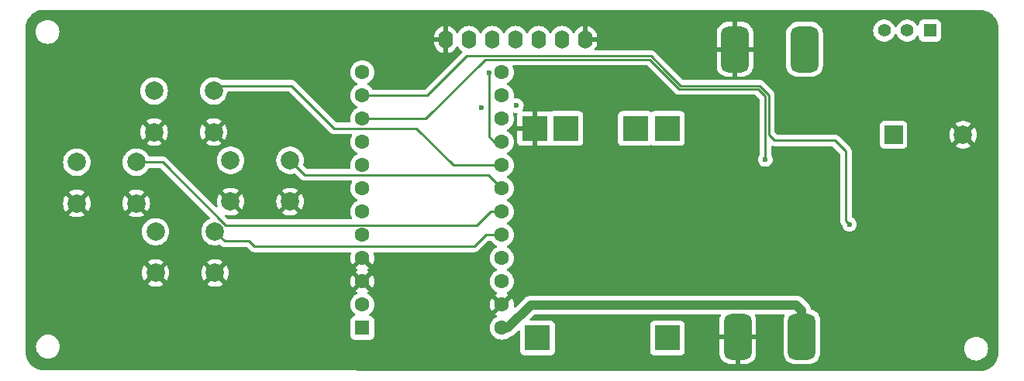
<source format=gbr>
%TF.GenerationSoftware,KiCad,Pcbnew,7.0.5*%
%TF.CreationDate,2023-12-02T12:19:24+05:30*%
%TF.ProjectId,GameBoy-Arduino,47616d65-426f-4792-9d41-726475696e6f,rev?*%
%TF.SameCoordinates,Original*%
%TF.FileFunction,Copper,L2,Bot*%
%TF.FilePolarity,Positive*%
%FSLAX46Y46*%
G04 Gerber Fmt 4.6, Leading zero omitted, Abs format (unit mm)*
G04 Created by KiCad (PCBNEW 7.0.5) date 2023-12-02 12:19:24*
%MOMM*%
%LPD*%
G01*
G04 APERTURE LIST*
G04 Aperture macros list*
%AMRoundRect*
0 Rectangle with rounded corners*
0 $1 Rounding radius*
0 $2 $3 $4 $5 $6 $7 $8 $9 X,Y pos of 4 corners*
0 Add a 4 corners polygon primitive as box body*
4,1,4,$2,$3,$4,$5,$6,$7,$8,$9,$2,$3,0*
0 Add four circle primitives for the rounded corners*
1,1,$1+$1,$2,$3*
1,1,$1+$1,$4,$5*
1,1,$1+$1,$6,$7*
1,1,$1+$1,$8,$9*
0 Add four rect primitives between the rounded corners*
20,1,$1+$1,$2,$3,$4,$5,0*
20,1,$1+$1,$4,$5,$6,$7,0*
20,1,$1+$1,$6,$7,$8,$9,0*
20,1,$1+$1,$8,$9,$2,$3,0*%
G04 Aperture macros list end*
%TA.AperFunction,ComponentPad*%
%ADD10C,2.000000*%
%TD*%
%TA.AperFunction,ComponentPad*%
%ADD11R,2.000000X2.000000*%
%TD*%
%TA.AperFunction,ComponentPad*%
%ADD12O,1.600000X2.000000*%
%TD*%
%TA.AperFunction,ComponentPad*%
%ADD13R,1.408000X1.408000*%
%TD*%
%TA.AperFunction,ComponentPad*%
%ADD14C,1.408000*%
%TD*%
%TA.AperFunction,ComponentPad*%
%ADD15R,1.600000X1.600000*%
%TD*%
%TA.AperFunction,ComponentPad*%
%ADD16C,1.600000*%
%TD*%
%TA.AperFunction,ComponentPad*%
%ADD17R,2.800000X2.800000*%
%TD*%
%TA.AperFunction,ComponentPad*%
%ADD18RoundRect,0.750000X0.750000X-1.750000X0.750000X1.750000X-0.750000X1.750000X-0.750000X-1.750000X0*%
%TD*%
%TA.AperFunction,ViaPad*%
%ADD19C,0.600000*%
%TD*%
%TA.AperFunction,Conductor*%
%ADD20C,0.250000*%
%TD*%
%TA.AperFunction,Conductor*%
%ADD21C,1.000000*%
%TD*%
G04 APERTURE END LIST*
D10*
%TO.P,SW1,1,A*%
%TO.N,/Buttons/BTNUP*%
X85050000Y-64400000D03*
X91550000Y-64400000D03*
%TO.P,SW1,2,B*%
%TO.N,GND*%
X85050000Y-68900000D03*
X91550000Y-68900000D03*
%TD*%
D11*
%TO.P,BZ1,1,-*%
%TO.N,/Microcontroller/Buzzer*%
X165800000Y-69200000D03*
D10*
%TO.P,BZ1,2,+*%
%TO.N,GND*%
X173400000Y-69200000D03*
%TD*%
%TO.P,SW4,1,A*%
%TO.N,/Buttons/BTNRIGHT*%
X76600000Y-72200000D03*
X83100000Y-72200000D03*
%TO.P,SW4,2,B*%
%TO.N,GND*%
X76600000Y-76700000D03*
X83100000Y-76700000D03*
%TD*%
%TO.P,SW3,1,A*%
%TO.N,/Buttons/BTNLFT*%
X93400000Y-72000000D03*
X99900000Y-72000000D03*
%TO.P,SW3,2,B*%
%TO.N,GND*%
X93400000Y-76500000D03*
X99900000Y-76500000D03*
%TD*%
D12*
%TO.P,U5,1,GND*%
%TO.N,GND*%
X116900000Y-58800000D03*
%TO.P,U5,2,VCC*%
%TO.N,+3.3V*%
X119440000Y-58800000D03*
%TO.P,U5,3,CLK*%
%TO.N,/LCD/CLK*%
X121980000Y-58800000D03*
%TO.P,U5,4,MOSI*%
%TO.N,/LCD/MOSI*%
X124520000Y-58800000D03*
%TO.P,U5,5,RES*%
%TO.N,/LCD/RES*%
X127060000Y-58800000D03*
%TO.P,U5,6,DC*%
%TO.N,/LCD/DC*%
X129600000Y-58800000D03*
%TO.P,U5,7,CS*%
%TO.N,GND*%
X132140000Y-58800000D03*
%TD*%
D13*
%TO.P,SW7,1,A*%
%TO.N,unconnected-(SW7-A-Pad1)*%
X169787500Y-57800000D03*
D14*
%TO.P,SW7,2,B*%
%TO.N,/LiManage_OUT*%
X167287500Y-57800000D03*
%TO.P,SW7,3,C*%
%TO.N,/BOOST_OUT*%
X164787500Y-57800000D03*
%TD*%
D10*
%TO.P,SW2,1,A*%
%TO.N,/Buttons/BTNDWN*%
X85200000Y-79800000D03*
X91700000Y-79800000D03*
%TO.P,SW2,2,B*%
%TO.N,GND*%
X85200000Y-84300000D03*
X91700000Y-84300000D03*
%TD*%
D15*
%TO.P,U4,1,TX0*%
%TO.N,unconnected-(U4-TX0-Pad1)*%
X107780000Y-90300000D03*
D16*
%TO.P,U4,2,RX1*%
%TO.N,unconnected-(U4-RX1-Pad2)*%
X107780000Y-87760000D03*
%TO.P,U4,3,GND*%
%TO.N,GND*%
X107780000Y-85220000D03*
%TO.P,U4,4,GND*%
X107780000Y-82680000D03*
%TO.P,U4,5,SDA/D2*%
%TO.N,unconnected-(U4-SDA{slash}D2-Pad5)*%
X107780000Y-80140000D03*
%TO.P,U4,6,SCL/D3*%
%TO.N,unconnected-(U4-SCL{slash}D3-Pad6)*%
X107780000Y-77600000D03*
%TO.P,U4,7,D4*%
%TO.N,/LCD/DC*%
X107780000Y-75060000D03*
%TO.P,U4,8,D5*%
%TO.N,/Microcontroller/Buzzer*%
X107780000Y-72520000D03*
%TO.P,U4,9,D6*%
%TO.N,/LCD/RES*%
X107780000Y-69980000D03*
%TO.P,U4,10,D7*%
%TO.N,/Buttons/BTNA*%
X107780000Y-67440000D03*
%TO.P,U4,11,D8*%
%TO.N,/Buttons/BTNB*%
X107780000Y-64900000D03*
%TO.P,U4,12,D9*%
%TO.N,unconnected-(U4-D9-Pad12)*%
X107780000Y-62360000D03*
%TO.P,U4,13,D10*%
%TO.N,unconnected-(U4-D10-Pad13)*%
X123020000Y-62360000D03*
%TO.P,U4,14,D16*%
%TO.N,/LCD/MOSI*%
X123020000Y-64900000D03*
%TO.P,U4,15,D14*%
%TO.N,unconnected-(U4-D14-Pad15)*%
X123020000Y-67440000D03*
%TO.P,U4,16,D15*%
%TO.N,/LCD/CLK*%
X123020000Y-69980000D03*
%TO.P,U4,17,A0*%
%TO.N,/Buttons/BTNUP*%
X123020000Y-72520000D03*
%TO.P,U4,18,A1*%
%TO.N,/Buttons/BTNLFT*%
X123020000Y-75060000D03*
%TO.P,U4,19,A2*%
%TO.N,/Buttons/BTNRIGHT*%
X123020000Y-77600000D03*
%TO.P,U4,20,A3*%
%TO.N,/Buttons/BTNDWN*%
X123020000Y-80140000D03*
%TO.P,U4,21,VCC*%
%TO.N,+3.3V*%
X123020000Y-82680000D03*
%TO.P,U4,22,RST*%
%TO.N,unconnected-(U4-RST-Pad22)*%
X123020000Y-85220000D03*
%TO.P,U4,23,GND*%
%TO.N,GND*%
X123020000Y-87760000D03*
%TO.P,U4,24,RAW*%
%TO.N,+5V*%
X123020000Y-90300000D03*
%TD*%
D17*
%TO.P,U1,1,IN+*%
%TO.N,unconnected-(U1-IN+-Pad1)*%
X141112500Y-91412500D03*
%TO.P,U1,2,IN-*%
%TO.N,unconnected-(U1-IN--Pad2)*%
X126912500Y-91412500D03*
%TO.P,U1,3,OUT+*%
%TO.N,/LiManage_OUT*%
X141112500Y-68512500D03*
%TO.P,U1,4,OUT-*%
%TO.N,GND*%
X126612500Y-68512500D03*
%TO.P,U1,5,B+*%
%TO.N,/B+*%
X137612500Y-68512500D03*
%TO.P,U1,6,B-*%
%TO.N,/B-*%
X130012500Y-68512500D03*
%TD*%
D18*
%TO.P,U2,1,VIN+*%
%TO.N,/BOOST_OUT*%
X156095000Y-59855000D03*
%TO.P,U2,2,VIN-*%
%TO.N,GND*%
X148495000Y-59855000D03*
%TO.P,U2,3,VOUT+*%
%TO.N,+5V*%
X155795000Y-91255000D03*
%TO.P,U2,4,VOUT-*%
%TO.N,GND*%
X148795000Y-91255000D03*
%TD*%
D19*
%TO.N,+3.3V*%
X124600000Y-66000000D03*
X120800000Y-66200000D03*
%TO.N,GND*%
X158200000Y-76400000D03*
X173200000Y-83400000D03*
%TO.N,/Buttons/BTNB*%
X161000000Y-79000000D03*
%TO.N,/Buttons/BTNA*%
X151800000Y-71900000D03*
%TO.N,/LCD/CLK*%
X121600000Y-62400000D03*
%TD*%
D20*
%TO.N,/Buttons/BTNLFT*%
X101472000Y-73572000D02*
X121532000Y-73572000D01*
X121532000Y-73572000D02*
X123020000Y-75060000D01*
X99900000Y-72000000D02*
X101472000Y-73572000D01*
%TO.N,/Buttons/BTNRIGHT*%
X121800000Y-77600000D02*
X123020000Y-77600000D01*
X92888000Y-79088000D02*
X120312000Y-79088000D01*
X86000000Y-72200000D02*
X92888000Y-79088000D01*
X83100000Y-72200000D02*
X86000000Y-72200000D01*
X120312000Y-79088000D02*
X121800000Y-77600000D01*
%TO.N,GND*%
X132265000Y-58675000D02*
X132140000Y-58800000D01*
%TO.N,/Buttons/BTNUP*%
X123020000Y-72520000D02*
X117720000Y-72520000D01*
X92125000Y-63825000D02*
X91550000Y-64400000D01*
X113692000Y-68492000D02*
X104692000Y-68492000D01*
X100025000Y-63825000D02*
X92125000Y-63825000D01*
X117720000Y-72520000D02*
X113692000Y-68492000D01*
X104692000Y-68492000D02*
X100025000Y-63825000D01*
%TO.N,/Buttons/BTNDWN*%
X121260000Y-80140000D02*
X120000000Y-81400000D01*
X120000000Y-81400000D02*
X96000000Y-81400000D01*
X92725000Y-80825000D02*
X91700000Y-79800000D01*
X96000000Y-81400000D02*
X95425000Y-80825000D01*
X95425000Y-80825000D02*
X92725000Y-80825000D01*
X123020000Y-80140000D02*
X121260000Y-80140000D01*
%TO.N,/Buttons/BTNB*%
X159400000Y-69800000D02*
X152800000Y-69800000D01*
X140866579Y-62133421D02*
X140933158Y-62200000D01*
X142556158Y-63823000D02*
X140866579Y-62133421D01*
X107780000Y-64900000D02*
X114900000Y-64900000D01*
X151156159Y-63823000D02*
X142556158Y-63823000D01*
X119200000Y-60600000D02*
X139333158Y-60600000D01*
X152177000Y-64843841D02*
X151156159Y-63823000D01*
X161000000Y-79000000D02*
X160600000Y-78600000D01*
X160600000Y-71000000D02*
X159400000Y-69800000D01*
X114900000Y-64900000D02*
X119200000Y-60600000D01*
X139333158Y-60600000D02*
X140866579Y-62133421D01*
X152800000Y-69800000D02*
X152177000Y-69177000D01*
X160600000Y-78600000D02*
X160600000Y-71000000D01*
X152177000Y-69177000D02*
X152177000Y-64843841D01*
%TO.N,/Buttons/BTNA*%
X142400000Y-64200000D02*
X151000000Y-64200000D01*
X139177000Y-60977000D02*
X142400000Y-64200000D01*
X114726579Y-67440000D02*
X121189579Y-60977000D01*
X151800000Y-65000000D02*
X151800000Y-71900000D01*
X107780000Y-67440000D02*
X114726579Y-67440000D01*
X151000000Y-64200000D02*
X151800000Y-65000000D01*
X121189579Y-60977000D02*
X139177000Y-60977000D01*
D21*
%TO.N,+5V*%
X155795000Y-91255000D02*
X155795000Y-88395000D01*
X126205000Y-87795000D02*
X123700000Y-90300000D01*
X155795000Y-88395000D02*
X155195000Y-87795000D01*
X155195000Y-87795000D02*
X126205000Y-87795000D01*
X123700000Y-90300000D02*
X123020000Y-90300000D01*
D20*
%TO.N,/LCD/CLK*%
X123020000Y-69980000D02*
X122180000Y-69980000D01*
X122180000Y-69980000D02*
X121600000Y-69400000D01*
X121600000Y-69400000D02*
X121600000Y-62400000D01*
%TD*%
%TA.AperFunction,Conductor*%
%TO.N,GND*%
G36*
X175246599Y-55550492D02*
G01*
X175246648Y-55550500D01*
X175266715Y-55550500D01*
X175272962Y-55550500D01*
X175277018Y-55550633D01*
X175460281Y-55562644D01*
X175531937Y-55567340D01*
X175539970Y-55568398D01*
X175774158Y-55614980D01*
X175788517Y-55617837D01*
X175796358Y-55619938D01*
X175865361Y-55643361D01*
X176036337Y-55701399D01*
X176043811Y-55704495D01*
X176271107Y-55816585D01*
X176278132Y-55820642D01*
X176488840Y-55961433D01*
X176495268Y-55966365D01*
X176657294Y-56108457D01*
X176685801Y-56133457D01*
X176691540Y-56139196D01*
X176858632Y-56329729D01*
X176863570Y-56336164D01*
X177004357Y-56546867D01*
X177008416Y-56553897D01*
X177109968Y-56759824D01*
X177120498Y-56781175D01*
X177123602Y-56788670D01*
X177139218Y-56834670D01*
X177205061Y-57028641D01*
X177207162Y-57036482D01*
X177256599Y-57285016D01*
X177257659Y-57293065D01*
X177274367Y-57547980D01*
X177274500Y-57552036D01*
X177274500Y-93022962D01*
X177274367Y-93027018D01*
X177257659Y-93281934D01*
X177256599Y-93289983D01*
X177207162Y-93538517D01*
X177205061Y-93546358D01*
X177123605Y-93786323D01*
X177120498Y-93793824D01*
X177008417Y-94021101D01*
X177004357Y-94028132D01*
X176863570Y-94238835D01*
X176858628Y-94245276D01*
X176691542Y-94435801D01*
X176685801Y-94441542D01*
X176495276Y-94608628D01*
X176488835Y-94613570D01*
X176278132Y-94754357D01*
X176271101Y-94758417D01*
X176043824Y-94870498D01*
X176036323Y-94873605D01*
X175796359Y-94955061D01*
X175788517Y-94957162D01*
X175585140Y-94997617D01*
X175560948Y-95000000D01*
X141865448Y-95000000D01*
X73027636Y-94949519D01*
X73027515Y-94949500D01*
X73008285Y-94949500D01*
X73002048Y-94949500D01*
X72997992Y-94949367D01*
X72743065Y-94932659D01*
X72735018Y-94931599D01*
X72679485Y-94920553D01*
X72486482Y-94882162D01*
X72478640Y-94880061D01*
X72323905Y-94827536D01*
X72238670Y-94798602D01*
X72231181Y-94795500D01*
X72003897Y-94683416D01*
X71996867Y-94679357D01*
X71786164Y-94538570D01*
X71779729Y-94533632D01*
X71589196Y-94366540D01*
X71583457Y-94360801D01*
X71416365Y-94170268D01*
X71411433Y-94163840D01*
X71270642Y-93953132D01*
X71266585Y-93946107D01*
X71154495Y-93718811D01*
X71151399Y-93711337D01*
X71069938Y-93471358D01*
X71067837Y-93463517D01*
X71059085Y-93419519D01*
X71018398Y-93214970D01*
X71017340Y-93206933D01*
X71014922Y-93170046D01*
X71009309Y-93084397D01*
X71000633Y-92952018D01*
X71000500Y-92947962D01*
X71000500Y-92350001D01*
X72144532Y-92350001D01*
X72164364Y-92576686D01*
X72164366Y-92576697D01*
X72223258Y-92796488D01*
X72223261Y-92796497D01*
X72319431Y-93002732D01*
X72319432Y-93002734D01*
X72449954Y-93189141D01*
X72610858Y-93350045D01*
X72610861Y-93350047D01*
X72797266Y-93480568D01*
X73003504Y-93576739D01*
X73223308Y-93635635D01*
X73393214Y-93650499D01*
X73393215Y-93650500D01*
X73393216Y-93650500D01*
X73506785Y-93650500D01*
X73506785Y-93650499D01*
X73676692Y-93635635D01*
X73896496Y-93576739D01*
X74102734Y-93480568D01*
X74289139Y-93350047D01*
X74450047Y-93189139D01*
X74580568Y-93002734D01*
X74676739Y-92796496D01*
X74735635Y-92576692D01*
X74755468Y-92350000D01*
X74755320Y-92348313D01*
X74736090Y-92128511D01*
X74735635Y-92123308D01*
X74676739Y-91903504D01*
X74580568Y-91697266D01*
X74450047Y-91510861D01*
X74450045Y-91510858D01*
X74289141Y-91349954D01*
X74102734Y-91219432D01*
X74102732Y-91219431D01*
X73896497Y-91123261D01*
X73896488Y-91123258D01*
X73676697Y-91064366D01*
X73676687Y-91064364D01*
X73506785Y-91049500D01*
X73506784Y-91049500D01*
X73393216Y-91049500D01*
X73393215Y-91049500D01*
X73223312Y-91064364D01*
X73223302Y-91064366D01*
X73003511Y-91123258D01*
X73003502Y-91123261D01*
X72797267Y-91219431D01*
X72797265Y-91219432D01*
X72610858Y-91349954D01*
X72449954Y-91510858D01*
X72319432Y-91697265D01*
X72319431Y-91697267D01*
X72223261Y-91903502D01*
X72223258Y-91903511D01*
X72164366Y-92123302D01*
X72164364Y-92123313D01*
X72144532Y-92349998D01*
X72144532Y-92350001D01*
X71000500Y-92350001D01*
X71000500Y-84300005D01*
X83694858Y-84300005D01*
X83715385Y-84547729D01*
X83715387Y-84547738D01*
X83776412Y-84788717D01*
X83876266Y-85016364D01*
X83976564Y-85169882D01*
X84674070Y-84472376D01*
X84676884Y-84485915D01*
X84746442Y-84620156D01*
X84849638Y-84730652D01*
X84978819Y-84809209D01*
X85030002Y-84823549D01*
X84329942Y-85523609D01*
X84376768Y-85560055D01*
X84376770Y-85560056D01*
X84595385Y-85678364D01*
X84595396Y-85678369D01*
X84830506Y-85759083D01*
X85075707Y-85800000D01*
X85324293Y-85800000D01*
X85569493Y-85759083D01*
X85804603Y-85678369D01*
X85804614Y-85678364D01*
X86023228Y-85560057D01*
X86023231Y-85560055D01*
X86070056Y-85523609D01*
X85371568Y-84825121D01*
X85488458Y-84774349D01*
X85605739Y-84678934D01*
X85692928Y-84555415D01*
X85723354Y-84469802D01*
X86423434Y-85169882D01*
X86523731Y-85016369D01*
X86623587Y-84788717D01*
X86684612Y-84547738D01*
X86684614Y-84547729D01*
X86705141Y-84300005D01*
X90194858Y-84300005D01*
X90215385Y-84547729D01*
X90215387Y-84547738D01*
X90276412Y-84788717D01*
X90376266Y-85016364D01*
X90476564Y-85169882D01*
X91174070Y-84472376D01*
X91176884Y-84485915D01*
X91246442Y-84620156D01*
X91349638Y-84730652D01*
X91478819Y-84809209D01*
X91530002Y-84823549D01*
X90829942Y-85523609D01*
X90876768Y-85560055D01*
X90876770Y-85560056D01*
X91095385Y-85678364D01*
X91095396Y-85678369D01*
X91330506Y-85759083D01*
X91575707Y-85800000D01*
X91824293Y-85800000D01*
X92069493Y-85759083D01*
X92304603Y-85678369D01*
X92304614Y-85678364D01*
X92523228Y-85560057D01*
X92523231Y-85560055D01*
X92570056Y-85523609D01*
X91871568Y-84825121D01*
X91988458Y-84774349D01*
X92105739Y-84678934D01*
X92192928Y-84555415D01*
X92223354Y-84469802D01*
X92923434Y-85169882D01*
X93023731Y-85016369D01*
X93123587Y-84788717D01*
X93184612Y-84547738D01*
X93184614Y-84547729D01*
X93205141Y-84300005D01*
X93205141Y-84299994D01*
X93184614Y-84052270D01*
X93184612Y-84052261D01*
X93123587Y-83811282D01*
X93023731Y-83583630D01*
X92923434Y-83430116D01*
X92225929Y-84127622D01*
X92223116Y-84114085D01*
X92153558Y-83979844D01*
X92050362Y-83869348D01*
X91921181Y-83790791D01*
X91869997Y-83776450D01*
X92570057Y-83076390D01*
X92570056Y-83076389D01*
X92523229Y-83039943D01*
X92304614Y-82921635D01*
X92304603Y-82921630D01*
X92069493Y-82840916D01*
X91824293Y-82800000D01*
X91575707Y-82800000D01*
X91330506Y-82840916D01*
X91095396Y-82921630D01*
X91095390Y-82921632D01*
X90876761Y-83039949D01*
X90829942Y-83076388D01*
X90829942Y-83076390D01*
X91528431Y-83774878D01*
X91411542Y-83825651D01*
X91294261Y-83921066D01*
X91207072Y-84044585D01*
X91176645Y-84130197D01*
X90476564Y-83430116D01*
X90376267Y-83583632D01*
X90276412Y-83811282D01*
X90215387Y-84052261D01*
X90215385Y-84052270D01*
X90194858Y-84299994D01*
X90194858Y-84300005D01*
X86705141Y-84300005D01*
X86705141Y-84299994D01*
X86684614Y-84052270D01*
X86684612Y-84052261D01*
X86623587Y-83811282D01*
X86523731Y-83583630D01*
X86423434Y-83430116D01*
X85725929Y-84127622D01*
X85723116Y-84114085D01*
X85653558Y-83979844D01*
X85550362Y-83869348D01*
X85421181Y-83790791D01*
X85369997Y-83776450D01*
X86070057Y-83076390D01*
X86070056Y-83076389D01*
X86023229Y-83039943D01*
X85804614Y-82921635D01*
X85804603Y-82921630D01*
X85569493Y-82840916D01*
X85324293Y-82800000D01*
X85075707Y-82800000D01*
X84830506Y-82840916D01*
X84595396Y-82921630D01*
X84595390Y-82921632D01*
X84376761Y-83039949D01*
X84329942Y-83076388D01*
X84329942Y-83076390D01*
X85028431Y-83774878D01*
X84911542Y-83825651D01*
X84794261Y-83921066D01*
X84707072Y-84044585D01*
X84676645Y-84130197D01*
X83976564Y-83430116D01*
X83876267Y-83583632D01*
X83776412Y-83811282D01*
X83715387Y-84052261D01*
X83715385Y-84052270D01*
X83694858Y-84299994D01*
X83694858Y-84300005D01*
X71000500Y-84300005D01*
X71000500Y-79800005D01*
X83694357Y-79800005D01*
X83714890Y-80047812D01*
X83714892Y-80047824D01*
X83775936Y-80288881D01*
X83875826Y-80516606D01*
X84011833Y-80724782D01*
X84011836Y-80724785D01*
X84180256Y-80907738D01*
X84376491Y-81060474D01*
X84595190Y-81178828D01*
X84830386Y-81259571D01*
X85075665Y-81300500D01*
X85324335Y-81300500D01*
X85569614Y-81259571D01*
X85804810Y-81178828D01*
X86023509Y-81060474D01*
X86219744Y-80907738D01*
X86388164Y-80724785D01*
X86524173Y-80516607D01*
X86624063Y-80288881D01*
X86685108Y-80047821D01*
X86697854Y-79894000D01*
X86705643Y-79800005D01*
X86705643Y-79799994D01*
X86685109Y-79552187D01*
X86685107Y-79552175D01*
X86624063Y-79311118D01*
X86524173Y-79083393D01*
X86388166Y-78875217D01*
X86324122Y-78805647D01*
X86219744Y-78692262D01*
X86023509Y-78539526D01*
X86023507Y-78539525D01*
X86023506Y-78539524D01*
X85804811Y-78421172D01*
X85804802Y-78421169D01*
X85569616Y-78340429D01*
X85324335Y-78299500D01*
X85075665Y-78299500D01*
X84830383Y-78340429D01*
X84595197Y-78421169D01*
X84595188Y-78421172D01*
X84376493Y-78539524D01*
X84180257Y-78692261D01*
X84011833Y-78875217D01*
X83875826Y-79083393D01*
X83775936Y-79311118D01*
X83714892Y-79552175D01*
X83714890Y-79552187D01*
X83694357Y-79799994D01*
X83694357Y-79800005D01*
X71000500Y-79800005D01*
X71000500Y-76700005D01*
X75094859Y-76700005D01*
X75115385Y-76947729D01*
X75115387Y-76947738D01*
X75176412Y-77188717D01*
X75276266Y-77416364D01*
X75376564Y-77569882D01*
X76074070Y-76872376D01*
X76076884Y-76885915D01*
X76146442Y-77020156D01*
X76249638Y-77130652D01*
X76378819Y-77209209D01*
X76430002Y-77223549D01*
X75729942Y-77923609D01*
X75776768Y-77960055D01*
X75776770Y-77960056D01*
X75995385Y-78078364D01*
X75995396Y-78078369D01*
X76230506Y-78159083D01*
X76475707Y-78200000D01*
X76724293Y-78200000D01*
X76969493Y-78159083D01*
X77204603Y-78078369D01*
X77204614Y-78078364D01*
X77423228Y-77960057D01*
X77423231Y-77960055D01*
X77470056Y-77923609D01*
X76771568Y-77225121D01*
X76888458Y-77174349D01*
X77005739Y-77078934D01*
X77092928Y-76955415D01*
X77123354Y-76869802D01*
X77823434Y-77569882D01*
X77923731Y-77416369D01*
X78023587Y-77188717D01*
X78084612Y-76947738D01*
X78084614Y-76947729D01*
X78105141Y-76700005D01*
X81594859Y-76700005D01*
X81615385Y-76947729D01*
X81615387Y-76947738D01*
X81676412Y-77188717D01*
X81776266Y-77416364D01*
X81876564Y-77569882D01*
X82574070Y-76872376D01*
X82576884Y-76885915D01*
X82646442Y-77020156D01*
X82749638Y-77130652D01*
X82878819Y-77209209D01*
X82930002Y-77223549D01*
X82229942Y-77923609D01*
X82276768Y-77960055D01*
X82276770Y-77960056D01*
X82495385Y-78078364D01*
X82495396Y-78078369D01*
X82730506Y-78159083D01*
X82975707Y-78200000D01*
X83224293Y-78200000D01*
X83469493Y-78159083D01*
X83704603Y-78078369D01*
X83704614Y-78078364D01*
X83923228Y-77960057D01*
X83923231Y-77960055D01*
X83970056Y-77923609D01*
X83271568Y-77225121D01*
X83388458Y-77174349D01*
X83505739Y-77078934D01*
X83592928Y-76955415D01*
X83623354Y-76869802D01*
X84323434Y-77569882D01*
X84423731Y-77416369D01*
X84523587Y-77188717D01*
X84584612Y-76947738D01*
X84584614Y-76947729D01*
X84605141Y-76700005D01*
X84605141Y-76699994D01*
X84584614Y-76452270D01*
X84584612Y-76452261D01*
X84523587Y-76211282D01*
X84423731Y-75983630D01*
X84323434Y-75830116D01*
X83625929Y-76527622D01*
X83623116Y-76514085D01*
X83553558Y-76379844D01*
X83450362Y-76269348D01*
X83321181Y-76190791D01*
X83269997Y-76176450D01*
X83970057Y-75476390D01*
X83970056Y-75476389D01*
X83923229Y-75439943D01*
X83704614Y-75321635D01*
X83704603Y-75321630D01*
X83469493Y-75240916D01*
X83224293Y-75200000D01*
X82975707Y-75200000D01*
X82730506Y-75240916D01*
X82495396Y-75321630D01*
X82495390Y-75321632D01*
X82276761Y-75439949D01*
X82229942Y-75476388D01*
X82229942Y-75476390D01*
X82928431Y-76174878D01*
X82811542Y-76225651D01*
X82694261Y-76321066D01*
X82607072Y-76444585D01*
X82576645Y-76530197D01*
X81876564Y-75830116D01*
X81776267Y-75983632D01*
X81676412Y-76211282D01*
X81615387Y-76452261D01*
X81615385Y-76452270D01*
X81594859Y-76699994D01*
X81594859Y-76700005D01*
X78105141Y-76700005D01*
X78105141Y-76699994D01*
X78084614Y-76452270D01*
X78084612Y-76452261D01*
X78023587Y-76211282D01*
X77923731Y-75983630D01*
X77823434Y-75830116D01*
X77125929Y-76527622D01*
X77123116Y-76514085D01*
X77053558Y-76379844D01*
X76950362Y-76269348D01*
X76821181Y-76190791D01*
X76769996Y-76176449D01*
X77470056Y-75476389D01*
X77423229Y-75439943D01*
X77204614Y-75321635D01*
X77204603Y-75321630D01*
X76969493Y-75240916D01*
X76724293Y-75200000D01*
X76475707Y-75200000D01*
X76230506Y-75240916D01*
X75995396Y-75321630D01*
X75995390Y-75321632D01*
X75776761Y-75439949D01*
X75729942Y-75476388D01*
X75729942Y-75476390D01*
X76428430Y-76174879D01*
X76311542Y-76225651D01*
X76194261Y-76321066D01*
X76107072Y-76444585D01*
X76076645Y-76530197D01*
X75376564Y-75830116D01*
X75276267Y-75983632D01*
X75176412Y-76211282D01*
X75115387Y-76452261D01*
X75115385Y-76452270D01*
X75094859Y-76699994D01*
X75094859Y-76700005D01*
X71000500Y-76700005D01*
X71000500Y-72200005D01*
X75094357Y-72200005D01*
X75114890Y-72447812D01*
X75114892Y-72447824D01*
X75175936Y-72688881D01*
X75275826Y-72916606D01*
X75411833Y-73124782D01*
X75411836Y-73124785D01*
X75580256Y-73307738D01*
X75776491Y-73460474D01*
X75995190Y-73578828D01*
X76230386Y-73659571D01*
X76475665Y-73700500D01*
X76724335Y-73700500D01*
X76969614Y-73659571D01*
X77204810Y-73578828D01*
X77423509Y-73460474D01*
X77619744Y-73307738D01*
X77788164Y-73124785D01*
X77924173Y-72916607D01*
X78024063Y-72688881D01*
X78085108Y-72447821D01*
X78097911Y-72293313D01*
X78105643Y-72200005D01*
X81594357Y-72200005D01*
X81614890Y-72447812D01*
X81614892Y-72447824D01*
X81675936Y-72688881D01*
X81775826Y-72916606D01*
X81911833Y-73124782D01*
X81911836Y-73124785D01*
X82080256Y-73307738D01*
X82276491Y-73460474D01*
X82495190Y-73578828D01*
X82730386Y-73659571D01*
X82975665Y-73700500D01*
X83224335Y-73700500D01*
X83469614Y-73659571D01*
X83704810Y-73578828D01*
X83923509Y-73460474D01*
X84119744Y-73307738D01*
X84288164Y-73124785D01*
X84424173Y-72916607D01*
X84424175Y-72916603D01*
X84431595Y-72899689D01*
X84476551Y-72846203D01*
X84543287Y-72825514D01*
X84545150Y-72825500D01*
X85689548Y-72825500D01*
X85756587Y-72845185D01*
X85777229Y-72861819D01*
X91134647Y-78219238D01*
X91168132Y-78280561D01*
X91163148Y-78350253D01*
X91121276Y-78406186D01*
X91096792Y-78420468D01*
X91095202Y-78421165D01*
X90876493Y-78539524D01*
X90680257Y-78692261D01*
X90511833Y-78875217D01*
X90375826Y-79083393D01*
X90275936Y-79311118D01*
X90214892Y-79552175D01*
X90214890Y-79552187D01*
X90194357Y-79799994D01*
X90194357Y-79800005D01*
X90214890Y-80047812D01*
X90214892Y-80047824D01*
X90275936Y-80288881D01*
X90375826Y-80516606D01*
X90511833Y-80724782D01*
X90511836Y-80724785D01*
X90680256Y-80907738D01*
X90876491Y-81060474D01*
X91095190Y-81178828D01*
X91330386Y-81259571D01*
X91575665Y-81300500D01*
X91824335Y-81300500D01*
X92069614Y-81259571D01*
X92148631Y-81232443D01*
X92218426Y-81229293D01*
X92273777Y-81259334D01*
X92288933Y-81273567D01*
X92290332Y-81274923D01*
X92310523Y-81295115D01*
X92310527Y-81295118D01*
X92310529Y-81295120D01*
X92316011Y-81299373D01*
X92320443Y-81303157D01*
X92354418Y-81335062D01*
X92371976Y-81344714D01*
X92388233Y-81355393D01*
X92404064Y-81367673D01*
X92423737Y-81376186D01*
X92446833Y-81386182D01*
X92452077Y-81388750D01*
X92492908Y-81411197D01*
X92505523Y-81414435D01*
X92512305Y-81416177D01*
X92530719Y-81422481D01*
X92549104Y-81430438D01*
X92595157Y-81437732D01*
X92600826Y-81438906D01*
X92645981Y-81450500D01*
X92666016Y-81450500D01*
X92685413Y-81452026D01*
X92705196Y-81455160D01*
X92751583Y-81450775D01*
X92757422Y-81450500D01*
X95114548Y-81450500D01*
X95181587Y-81470185D01*
X95202229Y-81486819D01*
X95499194Y-81783784D01*
X95509019Y-81796048D01*
X95509240Y-81795866D01*
X95514210Y-81801874D01*
X95563949Y-81848582D01*
X95565316Y-81849906D01*
X95585529Y-81870119D01*
X95591004Y-81874366D01*
X95595446Y-81878160D01*
X95629415Y-81910060D01*
X95629417Y-81910061D01*
X95629418Y-81910062D01*
X95646976Y-81919714D01*
X95663237Y-81930396D01*
X95679064Y-81942673D01*
X95721823Y-81961176D01*
X95727073Y-81963748D01*
X95767904Y-81986195D01*
X95767908Y-81986197D01*
X95767912Y-81986198D01*
X95787311Y-81991179D01*
X95805722Y-81997483D01*
X95824097Y-82005435D01*
X95824100Y-82005435D01*
X95824105Y-82005438D01*
X95870149Y-82012729D01*
X95875832Y-82013906D01*
X95920981Y-82025500D01*
X95941016Y-82025500D01*
X95960413Y-82027026D01*
X95980196Y-82030160D01*
X96026583Y-82025775D01*
X96032422Y-82025500D01*
X106456166Y-82025500D01*
X106523205Y-82045185D01*
X106568960Y-82097989D01*
X106578904Y-82167147D01*
X106568548Y-82201905D01*
X106553733Y-82233673D01*
X106553730Y-82233682D01*
X106494860Y-82453389D01*
X106494858Y-82453400D01*
X106475034Y-82679997D01*
X106475034Y-82680002D01*
X106494858Y-82906599D01*
X106494860Y-82906610D01*
X106553730Y-83126317D01*
X106553734Y-83126326D01*
X106649865Y-83332481D01*
X106649866Y-83332483D01*
X106700973Y-83405471D01*
X106700973Y-83405472D01*
X107254070Y-82852374D01*
X107256884Y-82865915D01*
X107326442Y-83000156D01*
X107429638Y-83110652D01*
X107558819Y-83189209D01*
X107610002Y-83203549D01*
X107054526Y-83759025D01*
X107054526Y-83759026D01*
X107127512Y-83810131D01*
X107127516Y-83810133D01*
X107186457Y-83837618D01*
X107238896Y-83883790D01*
X107258048Y-83950984D01*
X107237832Y-84017865D01*
X107186457Y-84062382D01*
X107127513Y-84089868D01*
X107054527Y-84140972D01*
X107054526Y-84140973D01*
X107608432Y-84694878D01*
X107491542Y-84745651D01*
X107374261Y-84841066D01*
X107287072Y-84964585D01*
X107256645Y-85050198D01*
X106700973Y-84494526D01*
X106700972Y-84494527D01*
X106649868Y-84567513D01*
X106553734Y-84773673D01*
X106553730Y-84773682D01*
X106494860Y-84993389D01*
X106494858Y-84993400D01*
X106475034Y-85219997D01*
X106475034Y-85220002D01*
X106494858Y-85446599D01*
X106494860Y-85446610D01*
X106553730Y-85666317D01*
X106553734Y-85666326D01*
X106649865Y-85872481D01*
X106649866Y-85872483D01*
X106700973Y-85945471D01*
X106700974Y-85945472D01*
X107254070Y-85392375D01*
X107256884Y-85405915D01*
X107326442Y-85540156D01*
X107429638Y-85650652D01*
X107558819Y-85729209D01*
X107610002Y-85743549D01*
X107054526Y-86299025D01*
X107054526Y-86299026D01*
X107127512Y-86350131D01*
X107127520Y-86350135D01*
X107185865Y-86377342D01*
X107238305Y-86423514D01*
X107257457Y-86490707D01*
X107237242Y-86557589D01*
X107185867Y-86602105D01*
X107184685Y-86602657D01*
X107127264Y-86629433D01*
X106940858Y-86759954D01*
X106779954Y-86920858D01*
X106649432Y-87107265D01*
X106649431Y-87107267D01*
X106553261Y-87313502D01*
X106553258Y-87313511D01*
X106494366Y-87533302D01*
X106494364Y-87533313D01*
X106474532Y-87759998D01*
X106474532Y-87760001D01*
X106494364Y-87986686D01*
X106494366Y-87986697D01*
X106553258Y-88206488D01*
X106553261Y-88206497D01*
X106649431Y-88412732D01*
X106649432Y-88412734D01*
X106779954Y-88599141D01*
X106940858Y-88760045D01*
X106965462Y-88777273D01*
X107009087Y-88831849D01*
X107016281Y-88901348D01*
X106984758Y-88963703D01*
X106924529Y-88999117D01*
X106907593Y-89002138D01*
X106872516Y-89005908D01*
X106737671Y-89056202D01*
X106737664Y-89056206D01*
X106622455Y-89142452D01*
X106622452Y-89142455D01*
X106536206Y-89257664D01*
X106536202Y-89257671D01*
X106485908Y-89392517D01*
X106480716Y-89440817D01*
X106479501Y-89452123D01*
X106479500Y-89452135D01*
X106479500Y-91147870D01*
X106479501Y-91147876D01*
X106485908Y-91207483D01*
X106536202Y-91342328D01*
X106536206Y-91342335D01*
X106622452Y-91457544D01*
X106622455Y-91457547D01*
X106737664Y-91543793D01*
X106737671Y-91543797D01*
X106872517Y-91594091D01*
X106872516Y-91594091D01*
X106879444Y-91594835D01*
X106932127Y-91600500D01*
X108627872Y-91600499D01*
X108687483Y-91594091D01*
X108822331Y-91543796D01*
X108937546Y-91457546D01*
X109023796Y-91342331D01*
X109074091Y-91207483D01*
X109080500Y-91147873D01*
X109080499Y-89452128D01*
X109074091Y-89392517D01*
X109065824Y-89370353D01*
X109023797Y-89257671D01*
X109023793Y-89257664D01*
X108937547Y-89142455D01*
X108937544Y-89142452D01*
X108822335Y-89056206D01*
X108822328Y-89056202D01*
X108687482Y-89005908D01*
X108687483Y-89005908D01*
X108652404Y-89002137D01*
X108587853Y-88975399D01*
X108548005Y-88918006D01*
X108545512Y-88848181D01*
X108581165Y-88788092D01*
X108594539Y-88777272D01*
X108619140Y-88760046D01*
X108780045Y-88599141D01*
X108780045Y-88599140D01*
X108780047Y-88599139D01*
X108910568Y-88412734D01*
X109006739Y-88206496D01*
X109065635Y-87986692D01*
X109085468Y-87760000D01*
X109085422Y-87759478D01*
X109074959Y-87639883D01*
X109065635Y-87533308D01*
X109006739Y-87313504D01*
X108910568Y-87107266D01*
X108780047Y-86920861D01*
X108780045Y-86920858D01*
X108619141Y-86759954D01*
X108433358Y-86629869D01*
X108432734Y-86629432D01*
X108374132Y-86602105D01*
X108321694Y-86555933D01*
X108302543Y-86488739D01*
X108322759Y-86421858D01*
X108374135Y-86377341D01*
X108432482Y-86350133D01*
X108505472Y-86299025D01*
X107951568Y-85745121D01*
X108068458Y-85694349D01*
X108185739Y-85598934D01*
X108272928Y-85475415D01*
X108303354Y-85389801D01*
X108859025Y-85945472D01*
X108910136Y-85872478D01*
X109006264Y-85666331D01*
X109006269Y-85666317D01*
X109065139Y-85446610D01*
X109065141Y-85446599D01*
X109084966Y-85220002D01*
X109084966Y-85219997D01*
X109065141Y-84993400D01*
X109065139Y-84993389D01*
X109006269Y-84773682D01*
X109006265Y-84773673D01*
X108910133Y-84567516D01*
X108910131Y-84567512D01*
X108859026Y-84494526D01*
X108859025Y-84494526D01*
X108305929Y-85047622D01*
X108303116Y-85034085D01*
X108233558Y-84899844D01*
X108130362Y-84789348D01*
X108001181Y-84710791D01*
X107949996Y-84696449D01*
X108505472Y-84140974D01*
X108505471Y-84140973D01*
X108432483Y-84089866D01*
X108432481Y-84089865D01*
X108373543Y-84062382D01*
X108321104Y-84016210D01*
X108301952Y-83949016D01*
X108322168Y-83882135D01*
X108373544Y-83837618D01*
X108432478Y-83810136D01*
X108505472Y-83759025D01*
X107951568Y-83205121D01*
X108068458Y-83154349D01*
X108185739Y-83058934D01*
X108272928Y-82935415D01*
X108303354Y-82849801D01*
X108859025Y-83405472D01*
X108910136Y-83332478D01*
X109006264Y-83126331D01*
X109006269Y-83126317D01*
X109065139Y-82906610D01*
X109065141Y-82906599D01*
X109084966Y-82680002D01*
X109084966Y-82679997D01*
X109065141Y-82453400D01*
X109065139Y-82453389D01*
X109006269Y-82233682D01*
X109006266Y-82233673D01*
X108991452Y-82201905D01*
X108980960Y-82132828D01*
X109009479Y-82069044D01*
X109067956Y-82030804D01*
X109103834Y-82025500D01*
X119917257Y-82025500D01*
X119932877Y-82027224D01*
X119932904Y-82026939D01*
X119940666Y-82027673D01*
X119940666Y-82027672D01*
X119940667Y-82027673D01*
X119943999Y-82027568D01*
X120008847Y-82025531D01*
X120010794Y-82025500D01*
X120039347Y-82025500D01*
X120039350Y-82025500D01*
X120046228Y-82024630D01*
X120052041Y-82024172D01*
X120098627Y-82022709D01*
X120117869Y-82017117D01*
X120136912Y-82013174D01*
X120156792Y-82010664D01*
X120200122Y-81993507D01*
X120205646Y-81991617D01*
X120209396Y-81990527D01*
X120250390Y-81978618D01*
X120267629Y-81968422D01*
X120285103Y-81959862D01*
X120303727Y-81952488D01*
X120303727Y-81952487D01*
X120303732Y-81952486D01*
X120341449Y-81925082D01*
X120346305Y-81921892D01*
X120386420Y-81898170D01*
X120400589Y-81883999D01*
X120415379Y-81871368D01*
X120431587Y-81859594D01*
X120461299Y-81823676D01*
X120465212Y-81819376D01*
X121482771Y-80801819D01*
X121544095Y-80768334D01*
X121570453Y-80765500D01*
X121805812Y-80765500D01*
X121872851Y-80785185D01*
X121907387Y-80818377D01*
X122019954Y-80979141D01*
X122180858Y-81140045D01*
X122180861Y-81140047D01*
X122367266Y-81270568D01*
X122419907Y-81295115D01*
X122425275Y-81297618D01*
X122477714Y-81343791D01*
X122496866Y-81410984D01*
X122476650Y-81477865D01*
X122425275Y-81522382D01*
X122367267Y-81549431D01*
X122367265Y-81549432D01*
X122180858Y-81679954D01*
X122019954Y-81840858D01*
X121889432Y-82027265D01*
X121889431Y-82027267D01*
X121793261Y-82233502D01*
X121793258Y-82233511D01*
X121734366Y-82453302D01*
X121734364Y-82453313D01*
X121714532Y-82679998D01*
X121714532Y-82680001D01*
X121734364Y-82906686D01*
X121734366Y-82906697D01*
X121793258Y-83126488D01*
X121793261Y-83126497D01*
X121889431Y-83332732D01*
X121889432Y-83332734D01*
X122019954Y-83519141D01*
X122180858Y-83680045D01*
X122180861Y-83680047D01*
X122367266Y-83810568D01*
X122425275Y-83837618D01*
X122477714Y-83883791D01*
X122496866Y-83950984D01*
X122476650Y-84017865D01*
X122425275Y-84062382D01*
X122367267Y-84089431D01*
X122367265Y-84089432D01*
X122180858Y-84219954D01*
X122019954Y-84380858D01*
X121889432Y-84567265D01*
X121889431Y-84567267D01*
X121793261Y-84773502D01*
X121793258Y-84773511D01*
X121734366Y-84993302D01*
X121734364Y-84993313D01*
X121714532Y-85219998D01*
X121714532Y-85220001D01*
X121734364Y-85446686D01*
X121734366Y-85446697D01*
X121793258Y-85666488D01*
X121793261Y-85666497D01*
X121889431Y-85872732D01*
X121889432Y-85872734D01*
X122019954Y-86059141D01*
X122180858Y-86220045D01*
X122180861Y-86220047D01*
X122367266Y-86350568D01*
X122425865Y-86377893D01*
X122478305Y-86424065D01*
X122497457Y-86491258D01*
X122477242Y-86558139D01*
X122425867Y-86602657D01*
X122367511Y-86629869D01*
X122294527Y-86680972D01*
X122294526Y-86680973D01*
X122848432Y-87234878D01*
X122731542Y-87285651D01*
X122614261Y-87381066D01*
X122527072Y-87504585D01*
X122496644Y-87590198D01*
X121940973Y-87034526D01*
X121940972Y-87034527D01*
X121889868Y-87107513D01*
X121793734Y-87313673D01*
X121793730Y-87313682D01*
X121734860Y-87533389D01*
X121734858Y-87533400D01*
X121715034Y-87759997D01*
X121715034Y-87760002D01*
X121734858Y-87986599D01*
X121734860Y-87986610D01*
X121793730Y-88206317D01*
X121793734Y-88206326D01*
X121889865Y-88412481D01*
X121889866Y-88412483D01*
X121940973Y-88485471D01*
X121940974Y-88485472D01*
X122494070Y-87932374D01*
X122496884Y-87945915D01*
X122566442Y-88080156D01*
X122669638Y-88190652D01*
X122798819Y-88269209D01*
X122850002Y-88283549D01*
X122294526Y-88839025D01*
X122294526Y-88839026D01*
X122367512Y-88890131D01*
X122367520Y-88890135D01*
X122425865Y-88917342D01*
X122478305Y-88963514D01*
X122497457Y-89030707D01*
X122477242Y-89097589D01*
X122425867Y-89142105D01*
X122367266Y-89169432D01*
X122367264Y-89169433D01*
X122180858Y-89299954D01*
X122019954Y-89460858D01*
X121889432Y-89647265D01*
X121889431Y-89647267D01*
X121793261Y-89853502D01*
X121793258Y-89853511D01*
X121734366Y-90073302D01*
X121734364Y-90073313D01*
X121714532Y-90299998D01*
X121714532Y-90300001D01*
X121734364Y-90526686D01*
X121734366Y-90526697D01*
X121793258Y-90746488D01*
X121793261Y-90746497D01*
X121889431Y-90952732D01*
X121889432Y-90952734D01*
X122019954Y-91139141D01*
X122180858Y-91300045D01*
X122180861Y-91300047D01*
X122367266Y-91430568D01*
X122573504Y-91526739D01*
X122793308Y-91585635D01*
X122955230Y-91599801D01*
X123019998Y-91605468D01*
X123020000Y-91605468D01*
X123020002Y-91605468D01*
X123076807Y-91600498D01*
X123246692Y-91585635D01*
X123466496Y-91526739D01*
X123672734Y-91430568D01*
X123850397Y-91306168D01*
X123896562Y-91286281D01*
X123902432Y-91285074D01*
X123902438Y-91285074D01*
X123935227Y-91274786D01*
X123942840Y-91272918D01*
X123976653Y-91266858D01*
X124033621Y-91244101D01*
X124038053Y-91242524D01*
X124096588Y-91224159D01*
X124126627Y-91207484D01*
X124133708Y-91204122D01*
X124165617Y-91191377D01*
X124216854Y-91157608D01*
X124220851Y-91155187D01*
X124274502Y-91125409D01*
X124300568Y-91103030D01*
X124306843Y-91098300D01*
X124335519Y-91079402D01*
X124378892Y-91036027D01*
X124382350Y-91032823D01*
X124414760Y-91005000D01*
X124428895Y-90992866D01*
X124449928Y-90965691D01*
X124455098Y-90959821D01*
X124800321Y-90614598D01*
X124861642Y-90581115D01*
X124931334Y-90586099D01*
X124987267Y-90627971D01*
X125011684Y-90693435D01*
X125012000Y-90702281D01*
X125012000Y-92860370D01*
X125012001Y-92860376D01*
X125018408Y-92919983D01*
X125068702Y-93054828D01*
X125068706Y-93054835D01*
X125154952Y-93170044D01*
X125154955Y-93170047D01*
X125270164Y-93256293D01*
X125270171Y-93256297D01*
X125405017Y-93306591D01*
X125405016Y-93306591D01*
X125411944Y-93307335D01*
X125464627Y-93313000D01*
X128360372Y-93312999D01*
X128419983Y-93306591D01*
X128554831Y-93256296D01*
X128670046Y-93170046D01*
X128756296Y-93054831D01*
X128806591Y-92919983D01*
X128813000Y-92860373D01*
X128813000Y-92860370D01*
X139212000Y-92860370D01*
X139212001Y-92860376D01*
X139218408Y-92919983D01*
X139268702Y-93054828D01*
X139268706Y-93054835D01*
X139354952Y-93170044D01*
X139354955Y-93170047D01*
X139470164Y-93256293D01*
X139470171Y-93256297D01*
X139605017Y-93306591D01*
X139605016Y-93306591D01*
X139611944Y-93307335D01*
X139664627Y-93313000D01*
X142560372Y-93312999D01*
X142619983Y-93306591D01*
X142754831Y-93256296D01*
X142870046Y-93170046D01*
X142956296Y-93054831D01*
X143006591Y-92919983D01*
X143013000Y-92860373D01*
X143012999Y-89964628D01*
X143006591Y-89905017D01*
X142956296Y-89770169D01*
X142956295Y-89770168D01*
X142956293Y-89770164D01*
X142870047Y-89654955D01*
X142870044Y-89654952D01*
X142754835Y-89568706D01*
X142754828Y-89568702D01*
X142619982Y-89518408D01*
X142619983Y-89518408D01*
X142560383Y-89512001D01*
X142560381Y-89512000D01*
X142560373Y-89512000D01*
X142560364Y-89512000D01*
X139664629Y-89512000D01*
X139664623Y-89512001D01*
X139605016Y-89518408D01*
X139470171Y-89568702D01*
X139470164Y-89568706D01*
X139354955Y-89654952D01*
X139354952Y-89654955D01*
X139268706Y-89770164D01*
X139268702Y-89770171D01*
X139218408Y-89905017D01*
X139212001Y-89964616D01*
X139212001Y-89964623D01*
X139212000Y-89964635D01*
X139212000Y-92860370D01*
X128813000Y-92860370D01*
X128812999Y-89964628D01*
X128806591Y-89905017D01*
X128756296Y-89770169D01*
X128756295Y-89770168D01*
X128756293Y-89770164D01*
X128670047Y-89654955D01*
X128670044Y-89654952D01*
X128554835Y-89568706D01*
X128554828Y-89568702D01*
X128419982Y-89518408D01*
X128419983Y-89518408D01*
X128360383Y-89512001D01*
X128360381Y-89512000D01*
X128360373Y-89512000D01*
X128360365Y-89512000D01*
X126202281Y-89512000D01*
X126135242Y-89492315D01*
X126089487Y-89439511D01*
X126079543Y-89370353D01*
X126108568Y-89306797D01*
X126114600Y-89300319D01*
X126272465Y-89142455D01*
X126583100Y-88831819D01*
X126644424Y-88798334D01*
X126670782Y-88795500D01*
X146801849Y-88795500D01*
X146868888Y-88815185D01*
X146914643Y-88867989D01*
X146924587Y-88937147D01*
X146914748Y-88970781D01*
X146860377Y-89090480D01*
X146805400Y-89308667D01*
X146795000Y-89440803D01*
X146795000Y-91005000D01*
X148135671Y-91005000D01*
X148095000Y-91170005D01*
X148095000Y-91339995D01*
X148135671Y-91505000D01*
X146795001Y-91505000D01*
X146795001Y-93069197D01*
X146805400Y-93201332D01*
X146860377Y-93419519D01*
X146953428Y-93624374D01*
X146953431Y-93624380D01*
X147081559Y-93809323D01*
X147081569Y-93809335D01*
X147240664Y-93968430D01*
X147240676Y-93968440D01*
X147425619Y-94096568D01*
X147425625Y-94096571D01*
X147630480Y-94189622D01*
X147848667Y-94244599D01*
X147980810Y-94254999D01*
X148544999Y-94254999D01*
X148545000Y-94254998D01*
X148545000Y-91908837D01*
X148626249Y-91939651D01*
X148752660Y-91955000D01*
X148837340Y-91955000D01*
X148963751Y-91939651D01*
X149045000Y-91908837D01*
X149045000Y-94254999D01*
X149609182Y-94254999D01*
X149609197Y-94254998D01*
X149741332Y-94244599D01*
X149959519Y-94189622D01*
X150164374Y-94096571D01*
X150164380Y-94096568D01*
X150349323Y-93968440D01*
X150349335Y-93968430D01*
X150508430Y-93809335D01*
X150508440Y-93809323D01*
X150636568Y-93624380D01*
X150636571Y-93624374D01*
X150729622Y-93419519D01*
X150784599Y-93201332D01*
X150794999Y-93069196D01*
X150795000Y-93069184D01*
X150795000Y-91505000D01*
X149454329Y-91505000D01*
X149495000Y-91339995D01*
X149495000Y-91170005D01*
X149454329Y-91005000D01*
X150794999Y-91005000D01*
X150794999Y-89440817D01*
X150794998Y-89440802D01*
X150784599Y-89308667D01*
X150729622Y-89090480D01*
X150675252Y-88970781D01*
X150665449Y-88901603D01*
X150694604Y-88838106D01*
X150753459Y-88800452D01*
X150788151Y-88795500D01*
X153801301Y-88795500D01*
X153868340Y-88815185D01*
X153914095Y-88867989D01*
X153924039Y-88937147D01*
X153914200Y-88970778D01*
X153899957Y-89002137D01*
X153859903Y-89090318D01*
X153859902Y-89090321D01*
X153804905Y-89308579D01*
X153804904Y-89308586D01*
X153794500Y-89440777D01*
X153794500Y-93069208D01*
X153794501Y-93069223D01*
X153804904Y-93201413D01*
X153804905Y-93201420D01*
X153859902Y-93419678D01*
X153859903Y-93419681D01*
X153952991Y-93624622D01*
X153952997Y-93624632D01*
X154081174Y-93809645D01*
X154081178Y-93809650D01*
X154081181Y-93809654D01*
X154240346Y-93968819D01*
X154240350Y-93968822D01*
X154240354Y-93968825D01*
X154315810Y-94021101D01*
X154425374Y-94097007D01*
X154630317Y-94190096D01*
X154630321Y-94190097D01*
X154848579Y-94245094D01*
X154848581Y-94245094D01*
X154848588Y-94245096D01*
X154980783Y-94255500D01*
X156609216Y-94255499D01*
X156741412Y-94245096D01*
X156959683Y-94190096D01*
X157164626Y-94097007D01*
X157349654Y-93968819D01*
X157508819Y-93809654D01*
X157637007Y-93624626D01*
X157730096Y-93419683D01*
X157785096Y-93201412D01*
X157795500Y-93069217D01*
X157795500Y-92575001D01*
X173519532Y-92575001D01*
X173539364Y-92801686D01*
X173539366Y-92801697D01*
X173598258Y-93021488D01*
X173598261Y-93021497D01*
X173694431Y-93227732D01*
X173694432Y-93227734D01*
X173824954Y-93414141D01*
X173985858Y-93575045D01*
X173985861Y-93575047D01*
X174172266Y-93705568D01*
X174378504Y-93801739D01*
X174378509Y-93801740D01*
X174378511Y-93801741D01*
X174431415Y-93815916D01*
X174598308Y-93860635D01*
X174768214Y-93875499D01*
X174768215Y-93875500D01*
X174768216Y-93875500D01*
X174881785Y-93875500D01*
X174881785Y-93875499D01*
X175051692Y-93860635D01*
X175271496Y-93801739D01*
X175477734Y-93705568D01*
X175664139Y-93575047D01*
X175825047Y-93414139D01*
X175955568Y-93227734D01*
X176051739Y-93021496D01*
X176110635Y-92801692D01*
X176130320Y-92576692D01*
X176130468Y-92575001D01*
X176130468Y-92574998D01*
X176110783Y-92350000D01*
X176110635Y-92348308D01*
X176051739Y-92128504D01*
X175955568Y-91922266D01*
X175825047Y-91735861D01*
X175825045Y-91735858D01*
X175664141Y-91574954D01*
X175477734Y-91444432D01*
X175477732Y-91444431D01*
X175271497Y-91348261D01*
X175271488Y-91348258D01*
X175051697Y-91289366D01*
X175051687Y-91289364D01*
X174881785Y-91274500D01*
X174881784Y-91274500D01*
X174768216Y-91274500D01*
X174768215Y-91274500D01*
X174598312Y-91289364D01*
X174598302Y-91289366D01*
X174378511Y-91348258D01*
X174378502Y-91348261D01*
X174172267Y-91444431D01*
X174172265Y-91444432D01*
X173985858Y-91574954D01*
X173824954Y-91735858D01*
X173694432Y-91922265D01*
X173694431Y-91922267D01*
X173598261Y-92128502D01*
X173598258Y-92128511D01*
X173539366Y-92348302D01*
X173539364Y-92348313D01*
X173519532Y-92574998D01*
X173519532Y-92575001D01*
X157795500Y-92575001D01*
X157795499Y-89440784D01*
X157785096Y-89308588D01*
X157783012Y-89300319D01*
X157730097Y-89090321D01*
X157730096Y-89090318D01*
X157722348Y-89073261D01*
X157637007Y-88885374D01*
X157578173Y-88800452D01*
X157508825Y-88700354D01*
X157508822Y-88700350D01*
X157508819Y-88700346D01*
X157349654Y-88541181D01*
X157349650Y-88541178D01*
X157349645Y-88541174D01*
X157164632Y-88412997D01*
X157164630Y-88412995D01*
X157164626Y-88412993D01*
X157164056Y-88412734D01*
X156959680Y-88319902D01*
X156959677Y-88319901D01*
X156872914Y-88298039D01*
X156812716Y-88262571D01*
X156781250Y-88200188D01*
X156780368Y-88193991D01*
X156780075Y-88192567D01*
X156780074Y-88192564D01*
X156780074Y-88192562D01*
X156769784Y-88159768D01*
X156767917Y-88152155D01*
X156761858Y-88118347D01*
X156761857Y-88118345D01*
X156754786Y-88100644D01*
X156739100Y-88061374D01*
X156737521Y-88056938D01*
X156724493Y-88015415D01*
X156719159Y-87998412D01*
X156719158Y-87998410D01*
X156719157Y-87998407D01*
X156709000Y-87980110D01*
X156702485Y-87968371D01*
X156699117Y-87961278D01*
X156686378Y-87929386D01*
X156686377Y-87929383D01*
X156652620Y-87878163D01*
X156650180Y-87874134D01*
X156639379Y-87854675D01*
X156620409Y-87820498D01*
X156620407Y-87820495D01*
X156598033Y-87794434D01*
X156593302Y-87788159D01*
X156574402Y-87759481D01*
X156531033Y-87716112D01*
X156527829Y-87712656D01*
X156487867Y-87666106D01*
X156460698Y-87645075D01*
X156454804Y-87639883D01*
X155912011Y-87097091D01*
X155910914Y-87095966D01*
X155850061Y-87031949D01*
X155850060Y-87031948D01*
X155850059Y-87031947D01*
X155822204Y-87012559D01*
X155799709Y-86996902D01*
X155795946Y-86994064D01*
X155748413Y-86955305D01*
X155748406Y-86955300D01*
X155717959Y-86939397D01*
X155711251Y-86935334D01*
X155683049Y-86915705D01*
X155683046Y-86915703D01*
X155683045Y-86915703D01*
X155683041Y-86915701D01*
X155626680Y-86891514D01*
X155622424Y-86889493D01*
X155568057Y-86861094D01*
X155568050Y-86861091D01*
X155568049Y-86861091D01*
X155562008Y-86859362D01*
X155535030Y-86851642D01*
X155527630Y-86849008D01*
X155496057Y-86835459D01*
X155496058Y-86835459D01*
X155435966Y-86823109D01*
X155431391Y-86821986D01*
X155372420Y-86805113D01*
X155372425Y-86805113D01*
X155338158Y-86802503D01*
X155330380Y-86801412D01*
X155296742Y-86794500D01*
X155296741Y-86794500D01*
X155235402Y-86794500D01*
X155230695Y-86794321D01*
X155225121Y-86793896D01*
X155169524Y-86789662D01*
X155149589Y-86792201D01*
X155135440Y-86794003D01*
X155127611Y-86794500D01*
X126218493Y-86794500D01*
X126216930Y-86794480D01*
X126128637Y-86792243D01*
X126128628Y-86792243D01*
X126077476Y-86801412D01*
X126068254Y-86803064D01*
X126063595Y-86803718D01*
X126002564Y-86809925D01*
X126002562Y-86809926D01*
X125969780Y-86820210D01*
X125962156Y-86822081D01*
X125959057Y-86822637D01*
X125928349Y-86828141D01*
X125871381Y-86850895D01*
X125866945Y-86852474D01*
X125808414Y-86870840D01*
X125808410Y-86870842D01*
X125778378Y-86887510D01*
X125771284Y-86890879D01*
X125739382Y-86903623D01*
X125739377Y-86903625D01*
X125688156Y-86937381D01*
X125684128Y-86939822D01*
X125630501Y-86969588D01*
X125604434Y-86991965D01*
X125598165Y-86996692D01*
X125569484Y-87015595D01*
X125569478Y-87015600D01*
X125526109Y-87058968D01*
X125522655Y-87062169D01*
X125476102Y-87102136D01*
X125455076Y-87129298D01*
X125449885Y-87135192D01*
X124517918Y-88067159D01*
X124456595Y-88100644D01*
X124386903Y-88095660D01*
X124330970Y-88053788D01*
X124306553Y-87988324D01*
X124306709Y-87968670D01*
X124324966Y-87760000D01*
X124324966Y-87759997D01*
X124305141Y-87533400D01*
X124305139Y-87533389D01*
X124246269Y-87313682D01*
X124246265Y-87313673D01*
X124150133Y-87107516D01*
X124150131Y-87107512D01*
X124099026Y-87034526D01*
X124099025Y-87034526D01*
X123545929Y-87587622D01*
X123543116Y-87574085D01*
X123473558Y-87439844D01*
X123370362Y-87329348D01*
X123241181Y-87250791D01*
X123189996Y-87236449D01*
X123745472Y-86680974D01*
X123745471Y-86680973D01*
X123672483Y-86629866D01*
X123672481Y-86629865D01*
X123614133Y-86602657D01*
X123561694Y-86556484D01*
X123542542Y-86489291D01*
X123562758Y-86422410D01*
X123614129Y-86377895D01*
X123672734Y-86350568D01*
X123859139Y-86220047D01*
X124020047Y-86059139D01*
X124150568Y-85872734D01*
X124246739Y-85666496D01*
X124305635Y-85446692D01*
X124325468Y-85220000D01*
X124305635Y-84993308D01*
X124250815Y-84788717D01*
X124246741Y-84773511D01*
X124246738Y-84773502D01*
X124217495Y-84710791D01*
X124150568Y-84567266D01*
X124020047Y-84380861D01*
X124020045Y-84380858D01*
X123859141Y-84219954D01*
X123672734Y-84089432D01*
X123672728Y-84089429D01*
X123614725Y-84062382D01*
X123562285Y-84016210D01*
X123543133Y-83949017D01*
X123563348Y-83882135D01*
X123614725Y-83837618D01*
X123672734Y-83810568D01*
X123859139Y-83680047D01*
X124020047Y-83519139D01*
X124150568Y-83332734D01*
X124246739Y-83126496D01*
X124305635Y-82906692D01*
X124325468Y-82680000D01*
X124305635Y-82453308D01*
X124246739Y-82233504D01*
X124150568Y-82027266D01*
X124040534Y-81870120D01*
X124020045Y-81840858D01*
X123859141Y-81679954D01*
X123672734Y-81549432D01*
X123672728Y-81549429D01*
X123614725Y-81522382D01*
X123562285Y-81476210D01*
X123543133Y-81409017D01*
X123563348Y-81342135D01*
X123614725Y-81297618D01*
X123620093Y-81295115D01*
X123672734Y-81270568D01*
X123859139Y-81140047D01*
X124020047Y-80979139D01*
X124150568Y-80792734D01*
X124246739Y-80586496D01*
X124305635Y-80366692D01*
X124325468Y-80140000D01*
X124305635Y-79913308D01*
X124252559Y-79715224D01*
X124246741Y-79693511D01*
X124246738Y-79693502D01*
X124222016Y-79640486D01*
X124150568Y-79487266D01*
X124020047Y-79300861D01*
X124020045Y-79300858D01*
X123859141Y-79139954D01*
X123672734Y-79009432D01*
X123672728Y-79009429D01*
X123645038Y-78996517D01*
X123614724Y-78982381D01*
X123562285Y-78936210D01*
X123543133Y-78869017D01*
X123563348Y-78802135D01*
X123614725Y-78757618D01*
X123672734Y-78730568D01*
X123859139Y-78600047D01*
X124020047Y-78439139D01*
X124150568Y-78252734D01*
X124246739Y-78046496D01*
X124305635Y-77826692D01*
X124325468Y-77600000D01*
X124305635Y-77373308D01*
X124246739Y-77153504D01*
X124150568Y-76947266D01*
X124020047Y-76760861D01*
X124020045Y-76760858D01*
X123859141Y-76599954D01*
X123672734Y-76469432D01*
X123672728Y-76469429D01*
X123635911Y-76452261D01*
X123614724Y-76442381D01*
X123562285Y-76396210D01*
X123543133Y-76329017D01*
X123563348Y-76262135D01*
X123614725Y-76217618D01*
X123672734Y-76190568D01*
X123859139Y-76060047D01*
X124020047Y-75899139D01*
X124150568Y-75712734D01*
X124246739Y-75506496D01*
X124305635Y-75286692D01*
X124325468Y-75060000D01*
X124305635Y-74833308D01*
X124246739Y-74613504D01*
X124150568Y-74407266D01*
X124020047Y-74220861D01*
X124020045Y-74220858D01*
X123859141Y-74059954D01*
X123672734Y-73929432D01*
X123672728Y-73929429D01*
X123614725Y-73902382D01*
X123562285Y-73856210D01*
X123543133Y-73789017D01*
X123563348Y-73722135D01*
X123614725Y-73677618D01*
X123672734Y-73650568D01*
X123859139Y-73520047D01*
X124020047Y-73359139D01*
X124150568Y-73172734D01*
X124246739Y-72966496D01*
X124305635Y-72746692D01*
X124325468Y-72520000D01*
X124322745Y-72488881D01*
X124305635Y-72293313D01*
X124305635Y-72293308D01*
X124246739Y-72073504D01*
X124150568Y-71867266D01*
X124020047Y-71680861D01*
X124020045Y-71680858D01*
X123859141Y-71519954D01*
X123672734Y-71389432D01*
X123672728Y-71389429D01*
X123614725Y-71362382D01*
X123562285Y-71316210D01*
X123543133Y-71249017D01*
X123563348Y-71182135D01*
X123614725Y-71137618D01*
X123672734Y-71110568D01*
X123859139Y-70980047D01*
X124020047Y-70819139D01*
X124150568Y-70632734D01*
X124246739Y-70426496D01*
X124305635Y-70206692D01*
X124325468Y-69980000D01*
X124305635Y-69753308D01*
X124246739Y-69533504D01*
X124150568Y-69327266D01*
X124020047Y-69140861D01*
X124020045Y-69140858D01*
X123859141Y-68979954D01*
X123672734Y-68849432D01*
X123672728Y-68849429D01*
X123614725Y-68822382D01*
X123562285Y-68776210D01*
X123543133Y-68709017D01*
X123563348Y-68642135D01*
X123614725Y-68597618D01*
X123672734Y-68570568D01*
X123859139Y-68440047D01*
X124020047Y-68279139D01*
X124150568Y-68092734D01*
X124246739Y-67886496D01*
X124305635Y-67666692D01*
X124325468Y-67440000D01*
X124321968Y-67400000D01*
X124305635Y-67213313D01*
X124305635Y-67213308D01*
X124249853Y-67005127D01*
X124246741Y-66993511D01*
X124246740Y-66993510D01*
X124246739Y-66993504D01*
X124221148Y-66938625D01*
X124210657Y-66869551D01*
X124239176Y-66805767D01*
X124297652Y-66767527D01*
X124367520Y-66766972D01*
X124374486Y-66769182D01*
X124420737Y-66785366D01*
X124420743Y-66785367D01*
X124420745Y-66785368D01*
X124420746Y-66785368D01*
X124420750Y-66785369D01*
X124599996Y-66805565D01*
X124599999Y-66805565D01*
X124599999Y-66805564D01*
X124600000Y-66805565D01*
X124601188Y-66805431D01*
X124601953Y-66805565D01*
X124606964Y-66805565D01*
X124606964Y-66806442D01*
X124670011Y-66817481D01*
X124721393Y-66864826D01*
X124739022Y-66932436D01*
X124731262Y-66971982D01*
X124718904Y-67005116D01*
X124718901Y-67005127D01*
X124712500Y-67064655D01*
X124712499Y-67064672D01*
X124712500Y-68262500D01*
X125884200Y-68262500D01*
X125857056Y-68340075D01*
X125837628Y-68512500D01*
X125857056Y-68684925D01*
X125884200Y-68762500D01*
X124712500Y-68762500D01*
X124712499Y-69960327D01*
X124712500Y-69960344D01*
X124718901Y-70019872D01*
X124718903Y-70019879D01*
X124769145Y-70154586D01*
X124769149Y-70154593D01*
X124855309Y-70269687D01*
X124855312Y-70269690D01*
X124970406Y-70355850D01*
X124970413Y-70355854D01*
X125105120Y-70406096D01*
X125105127Y-70406098D01*
X125164655Y-70412499D01*
X125164672Y-70412500D01*
X126362500Y-70412500D01*
X126362500Y-69240799D01*
X126440075Y-69267944D01*
X126569261Y-69282500D01*
X126655739Y-69282500D01*
X126784925Y-69267944D01*
X126862499Y-69240799D01*
X126862500Y-70412500D01*
X128060328Y-70412500D01*
X128060344Y-70412499D01*
X128119872Y-70406098D01*
X128119876Y-70406097D01*
X128262898Y-70352753D01*
X128263576Y-70354570D01*
X128320806Y-70342115D01*
X128361532Y-70354072D01*
X128361859Y-70353197D01*
X128505017Y-70406591D01*
X128505016Y-70406591D01*
X128511944Y-70407335D01*
X128564627Y-70413000D01*
X131460372Y-70412999D01*
X131519983Y-70406591D01*
X131654831Y-70356296D01*
X131770046Y-70270046D01*
X131856296Y-70154831D01*
X131906591Y-70019983D01*
X131913000Y-69960373D01*
X131913000Y-69960370D01*
X135712000Y-69960370D01*
X135712001Y-69960376D01*
X135718408Y-70019983D01*
X135768702Y-70154828D01*
X135768706Y-70154835D01*
X135854952Y-70270044D01*
X135854955Y-70270047D01*
X135970164Y-70356293D01*
X135970171Y-70356297D01*
X136105017Y-70406591D01*
X136105016Y-70406591D01*
X136111944Y-70407335D01*
X136164627Y-70413000D01*
X139060372Y-70412999D01*
X139119983Y-70406591D01*
X139154803Y-70393604D01*
X139254829Y-70356297D01*
X139254829Y-70356296D01*
X139254831Y-70356296D01*
X139288189Y-70331323D01*
X139353651Y-70306906D01*
X139421925Y-70321757D01*
X139436805Y-70331320D01*
X139470169Y-70356296D01*
X139470170Y-70356296D01*
X139470170Y-70356297D01*
X139605017Y-70406591D01*
X139605016Y-70406591D01*
X139611944Y-70407335D01*
X139664627Y-70413000D01*
X142560372Y-70412999D01*
X142619983Y-70406591D01*
X142754831Y-70356296D01*
X142870046Y-70270046D01*
X142956296Y-70154831D01*
X143006591Y-70019983D01*
X143013000Y-69960373D01*
X143012999Y-67064628D01*
X143006591Y-67005017D01*
X143005256Y-67001439D01*
X142956297Y-66870171D01*
X142956293Y-66870164D01*
X142870047Y-66754955D01*
X142870044Y-66754952D01*
X142754835Y-66668706D01*
X142754828Y-66668702D01*
X142619982Y-66618408D01*
X142619983Y-66618408D01*
X142560383Y-66612001D01*
X142560381Y-66612000D01*
X142560373Y-66612000D01*
X142560364Y-66612000D01*
X139664629Y-66612000D01*
X139664623Y-66612001D01*
X139605016Y-66618408D01*
X139470171Y-66668702D01*
X139470169Y-66668703D01*
X139436810Y-66693676D01*
X139371345Y-66718092D01*
X139303072Y-66703240D01*
X139288190Y-66693676D01*
X139254830Y-66668703D01*
X139254828Y-66668702D01*
X139119982Y-66618408D01*
X139119983Y-66618408D01*
X139060383Y-66612001D01*
X139060381Y-66612000D01*
X139060373Y-66612000D01*
X139060364Y-66612000D01*
X136164629Y-66612000D01*
X136164623Y-66612001D01*
X136105016Y-66618408D01*
X135970171Y-66668702D01*
X135970164Y-66668706D01*
X135854955Y-66754952D01*
X135854952Y-66754955D01*
X135768706Y-66870164D01*
X135768702Y-66870171D01*
X135718408Y-67005017D01*
X135712407Y-67060841D01*
X135712001Y-67064623D01*
X135712000Y-67064635D01*
X135712000Y-69960370D01*
X131913000Y-69960370D01*
X131912999Y-67064628D01*
X131906591Y-67005017D01*
X131905256Y-67001439D01*
X131856297Y-66870171D01*
X131856293Y-66870164D01*
X131770047Y-66754955D01*
X131770044Y-66754952D01*
X131654835Y-66668706D01*
X131654828Y-66668702D01*
X131519982Y-66618408D01*
X131519983Y-66618408D01*
X131460383Y-66612001D01*
X131460381Y-66612000D01*
X131460373Y-66612000D01*
X131460364Y-66612000D01*
X128564629Y-66612000D01*
X128564623Y-66612001D01*
X128505016Y-66618408D01*
X128361859Y-66671803D01*
X128361274Y-66670234D01*
X128303124Y-66682883D01*
X128263294Y-66671186D01*
X128262899Y-66672246D01*
X128119879Y-66618903D01*
X128119872Y-66618901D01*
X128060344Y-66612500D01*
X126862500Y-66612500D01*
X126862499Y-67784200D01*
X126784925Y-67757056D01*
X126655739Y-67742500D01*
X126569261Y-67742500D01*
X126440075Y-67757056D01*
X126362500Y-67784200D01*
X126362500Y-66612500D01*
X125384910Y-66612500D01*
X125317871Y-66592815D01*
X125272116Y-66540011D01*
X125262172Y-66470853D01*
X125279917Y-66422527D01*
X125325788Y-66349524D01*
X125339817Y-66309432D01*
X125385368Y-66179255D01*
X125393871Y-66103788D01*
X125405565Y-66000003D01*
X125405565Y-65999996D01*
X125385369Y-65820750D01*
X125385368Y-65820745D01*
X125370700Y-65778827D01*
X125325789Y-65650478D01*
X125229816Y-65497738D01*
X125102262Y-65370184D01*
X125085408Y-65359594D01*
X124949523Y-65274211D01*
X124779254Y-65214631D01*
X124779249Y-65214630D01*
X124600004Y-65194435D01*
X124599996Y-65194435D01*
X124447340Y-65211634D01*
X124378518Y-65199579D01*
X124327139Y-65152230D01*
X124309515Y-65084619D01*
X124309929Y-65077606D01*
X124325468Y-64900000D01*
X124325468Y-64899998D01*
X124315947Y-64791177D01*
X124305635Y-64673308D01*
X124246739Y-64453504D01*
X124150568Y-64247266D01*
X124020047Y-64060861D01*
X124020045Y-64060858D01*
X123859141Y-63899954D01*
X123672735Y-63769433D01*
X123672736Y-63769433D01*
X123672734Y-63769432D01*
X123614722Y-63742380D01*
X123562284Y-63696208D01*
X123543133Y-63629014D01*
X123563349Y-63562133D01*
X123614721Y-63517619D01*
X123672734Y-63490568D01*
X123859139Y-63360047D01*
X124020047Y-63199139D01*
X124150568Y-63012734D01*
X124246739Y-62806496D01*
X124305635Y-62586692D01*
X124325468Y-62360000D01*
X124305635Y-62133308D01*
X124246739Y-61913504D01*
X124183973Y-61778904D01*
X124173482Y-61709827D01*
X124202002Y-61646043D01*
X124260478Y-61607804D01*
X124296356Y-61602500D01*
X138866548Y-61602500D01*
X138933587Y-61622185D01*
X138954229Y-61638819D01*
X141899197Y-64583788D01*
X141909022Y-64596051D01*
X141909243Y-64595869D01*
X141914211Y-64601874D01*
X141963932Y-64648566D01*
X141965332Y-64649923D01*
X141985523Y-64670115D01*
X141985527Y-64670118D01*
X141985529Y-64670120D01*
X141991011Y-64674373D01*
X141995443Y-64678157D01*
X142029418Y-64710062D01*
X142046976Y-64719714D01*
X142063235Y-64730395D01*
X142079064Y-64742673D01*
X142121838Y-64761182D01*
X142127056Y-64763738D01*
X142167908Y-64786197D01*
X142187316Y-64791180D01*
X142205717Y-64797480D01*
X142224104Y-64805437D01*
X142267488Y-64812308D01*
X142270119Y-64812725D01*
X142275839Y-64813909D01*
X142320981Y-64825500D01*
X142341016Y-64825500D01*
X142360414Y-64827026D01*
X142380194Y-64830159D01*
X142380195Y-64830160D01*
X142380195Y-64830159D01*
X142380196Y-64830160D01*
X142426583Y-64825775D01*
X142432422Y-64825500D01*
X150689548Y-64825500D01*
X150756587Y-64845185D01*
X150777228Y-64861818D01*
X151138182Y-65222772D01*
X151171666Y-65284093D01*
X151174500Y-65310451D01*
X151174500Y-71355145D01*
X151155494Y-71421117D01*
X151074211Y-71550476D01*
X151014631Y-71720745D01*
X151014630Y-71720750D01*
X150994435Y-71899996D01*
X150994435Y-71900003D01*
X151014630Y-72079249D01*
X151014631Y-72079254D01*
X151074211Y-72249523D01*
X151170184Y-72402262D01*
X151297738Y-72529816D01*
X151450478Y-72625789D01*
X151620745Y-72685367D01*
X151620745Y-72685368D01*
X151620750Y-72685369D01*
X151799996Y-72705565D01*
X151800000Y-72705565D01*
X151800004Y-72705565D01*
X151979249Y-72685369D01*
X151979252Y-72685368D01*
X151979255Y-72685368D01*
X152149522Y-72625789D01*
X152302262Y-72529816D01*
X152429816Y-72402262D01*
X152525789Y-72249522D01*
X152585368Y-72079255D01*
X152585369Y-72079249D01*
X152605565Y-71900003D01*
X152605565Y-71899996D01*
X152585369Y-71720750D01*
X152585368Y-71720745D01*
X152563176Y-71657325D01*
X152525789Y-71550478D01*
X152506609Y-71519954D01*
X152444506Y-71421117D01*
X152425500Y-71355145D01*
X152425500Y-70509492D01*
X152445185Y-70442453D01*
X152497989Y-70396698D01*
X152567147Y-70386754D01*
X152580327Y-70389385D01*
X152587315Y-70391179D01*
X152605719Y-70397481D01*
X152624104Y-70405438D01*
X152670157Y-70412732D01*
X152675826Y-70413906D01*
X152720981Y-70425500D01*
X152741016Y-70425500D01*
X152760413Y-70427026D01*
X152780196Y-70430160D01*
X152826583Y-70425775D01*
X152832422Y-70425500D01*
X159089548Y-70425500D01*
X159156587Y-70445185D01*
X159177229Y-70461819D01*
X159938181Y-71222771D01*
X159971666Y-71284094D01*
X159974500Y-71310452D01*
X159974500Y-78517255D01*
X159972775Y-78532872D01*
X159973061Y-78532899D01*
X159972326Y-78540666D01*
X159974469Y-78608846D01*
X159974500Y-78610793D01*
X159974500Y-78639343D01*
X159974501Y-78639360D01*
X159975368Y-78646231D01*
X159975826Y-78652050D01*
X159977290Y-78698624D01*
X159977291Y-78698627D01*
X159982880Y-78717867D01*
X159986824Y-78736911D01*
X159989336Y-78756791D01*
X160006490Y-78800119D01*
X160008382Y-78805647D01*
X160021381Y-78850388D01*
X160031580Y-78867634D01*
X160040136Y-78885100D01*
X160047514Y-78903732D01*
X160071110Y-78936210D01*
X160074898Y-78941423D01*
X160078106Y-78946307D01*
X160101827Y-78986416D01*
X160101833Y-78986424D01*
X160115990Y-79000580D01*
X160128628Y-79015376D01*
X160140405Y-79031586D01*
X160140406Y-79031587D01*
X160165338Y-79052212D01*
X160204446Y-79110112D01*
X160209518Y-79133873D01*
X160214630Y-79179249D01*
X160274210Y-79349521D01*
X160293786Y-79380676D01*
X160370184Y-79502262D01*
X160497738Y-79629816D01*
X160578294Y-79680433D01*
X160630969Y-79713531D01*
X160650478Y-79725789D01*
X160798377Y-79777541D01*
X160820745Y-79785368D01*
X160820750Y-79785369D01*
X160999996Y-79805565D01*
X161000000Y-79805565D01*
X161000004Y-79805565D01*
X161179249Y-79785369D01*
X161179252Y-79785368D01*
X161179255Y-79785368D01*
X161349522Y-79725789D01*
X161502262Y-79629816D01*
X161629816Y-79502262D01*
X161725789Y-79349522D01*
X161785368Y-79179255D01*
X161789796Y-79139954D01*
X161805565Y-79000003D01*
X161805565Y-78999996D01*
X161785369Y-78820750D01*
X161785368Y-78820745D01*
X161762990Y-78756792D01*
X161725789Y-78650478D01*
X161723120Y-78646231D01*
X161629815Y-78497737D01*
X161502262Y-78370184D01*
X161349524Y-78274212D01*
X161349523Y-78274211D01*
X161308544Y-78259872D01*
X161251769Y-78219150D01*
X161226022Y-78154197D01*
X161225500Y-78142831D01*
X161225500Y-71082737D01*
X161227224Y-71067123D01*
X161226938Y-71067096D01*
X161227672Y-71059333D01*
X161225531Y-70991171D01*
X161225500Y-70989224D01*
X161225500Y-70960651D01*
X161225500Y-70960650D01*
X161224629Y-70953759D01*
X161224172Y-70947945D01*
X161223907Y-70939524D01*
X161222709Y-70901373D01*
X161220061Y-70892261D01*
X161217122Y-70882144D01*
X161213174Y-70863084D01*
X161210664Y-70843208D01*
X161193507Y-70799875D01*
X161191619Y-70794359D01*
X161178619Y-70749612D01*
X161168418Y-70732363D01*
X161159860Y-70714894D01*
X161152486Y-70696268D01*
X161152483Y-70696264D01*
X161152483Y-70696263D01*
X161125098Y-70658571D01*
X161121890Y-70653687D01*
X161098172Y-70613582D01*
X161098163Y-70613571D01*
X161084005Y-70599413D01*
X161071370Y-70584620D01*
X161059593Y-70568412D01*
X161023693Y-70538713D01*
X161019381Y-70534790D01*
X160732461Y-70247870D01*
X164299500Y-70247870D01*
X164299501Y-70247876D01*
X164305908Y-70307483D01*
X164356202Y-70442328D01*
X164356206Y-70442335D01*
X164442452Y-70557544D01*
X164442455Y-70557547D01*
X164557664Y-70643793D01*
X164557671Y-70643797D01*
X164692517Y-70694091D01*
X164692516Y-70694091D01*
X164699444Y-70694835D01*
X164752127Y-70700500D01*
X166847872Y-70700499D01*
X166907483Y-70694091D01*
X167042331Y-70643796D01*
X167157546Y-70557546D01*
X167243796Y-70442331D01*
X167294091Y-70307483D01*
X167300500Y-70247873D01*
X167300500Y-69200005D01*
X171894859Y-69200005D01*
X171915385Y-69447729D01*
X171915387Y-69447738D01*
X171976412Y-69688717D01*
X172076266Y-69916364D01*
X172176564Y-70069882D01*
X172916922Y-69329523D01*
X172940507Y-69409844D01*
X173018239Y-69530798D01*
X173126900Y-69624952D01*
X173257685Y-69684680D01*
X173267466Y-69686086D01*
X172529942Y-70423609D01*
X172576768Y-70460055D01*
X172576770Y-70460056D01*
X172795385Y-70578364D01*
X172795396Y-70578369D01*
X173030506Y-70659083D01*
X173275707Y-70700000D01*
X173524293Y-70700000D01*
X173769493Y-70659083D01*
X174004603Y-70578369D01*
X174004614Y-70578364D01*
X174223228Y-70460057D01*
X174223231Y-70460055D01*
X174270056Y-70423609D01*
X173532533Y-69686086D01*
X173542315Y-69684680D01*
X173673100Y-69624952D01*
X173781761Y-69530798D01*
X173859493Y-69409844D01*
X173883076Y-69329524D01*
X174623434Y-70069882D01*
X174723731Y-69916369D01*
X174823587Y-69688717D01*
X174884612Y-69447738D01*
X174884614Y-69447729D01*
X174905141Y-69200005D01*
X174905141Y-69199994D01*
X174884614Y-68952270D01*
X174884612Y-68952261D01*
X174823587Y-68711282D01*
X174723731Y-68483630D01*
X174623434Y-68330116D01*
X173883076Y-69070475D01*
X173859493Y-68990156D01*
X173781761Y-68869202D01*
X173673100Y-68775048D01*
X173542315Y-68715320D01*
X173532531Y-68713913D01*
X174270056Y-67976389D01*
X174223229Y-67939943D01*
X174004614Y-67821635D01*
X174004603Y-67821630D01*
X173769493Y-67740916D01*
X173524293Y-67700000D01*
X173275707Y-67700000D01*
X173030506Y-67740916D01*
X172795396Y-67821630D01*
X172795390Y-67821632D01*
X172576761Y-67939949D01*
X172529942Y-67976388D01*
X172529941Y-67976389D01*
X173267466Y-68713913D01*
X173257685Y-68715320D01*
X173126900Y-68775048D01*
X173018239Y-68869202D01*
X172940507Y-68990156D01*
X172916923Y-69070475D01*
X172176564Y-68330116D01*
X172076267Y-68483632D01*
X171976412Y-68711282D01*
X171915387Y-68952261D01*
X171915385Y-68952270D01*
X171894859Y-69199994D01*
X171894859Y-69200005D01*
X167300500Y-69200005D01*
X167300499Y-68152128D01*
X167294091Y-68092517D01*
X167284657Y-68067224D01*
X167243797Y-67957671D01*
X167243793Y-67957664D01*
X167157547Y-67842455D01*
X167157544Y-67842452D01*
X167042335Y-67756206D01*
X167042328Y-67756202D01*
X166907482Y-67705908D01*
X166907483Y-67705908D01*
X166847883Y-67699501D01*
X166847881Y-67699500D01*
X166847873Y-67699500D01*
X166847864Y-67699500D01*
X164752129Y-67699500D01*
X164752123Y-67699501D01*
X164692516Y-67705908D01*
X164557671Y-67756202D01*
X164557664Y-67756206D01*
X164442455Y-67842452D01*
X164442452Y-67842455D01*
X164356206Y-67957664D01*
X164356202Y-67957671D01*
X164305908Y-68092517D01*
X164300141Y-68146166D01*
X164299501Y-68152123D01*
X164299500Y-68152135D01*
X164299500Y-70247870D01*
X160732461Y-70247870D01*
X159900803Y-69416211D01*
X159890980Y-69403950D01*
X159890759Y-69404134D01*
X159885786Y-69398122D01*
X159836066Y-69351432D01*
X159834666Y-69350075D01*
X159814476Y-69329884D01*
X159808986Y-69325625D01*
X159804561Y-69321847D01*
X159770582Y-69289938D01*
X159770580Y-69289936D01*
X159770577Y-69289935D01*
X159753029Y-69280288D01*
X159736763Y-69269604D01*
X159720933Y-69257325D01*
X159678168Y-69238818D01*
X159672922Y-69236248D01*
X159632093Y-69213803D01*
X159632092Y-69213802D01*
X159612693Y-69208822D01*
X159594281Y-69202518D01*
X159575898Y-69194562D01*
X159575892Y-69194560D01*
X159529874Y-69187272D01*
X159524152Y-69186087D01*
X159479021Y-69174500D01*
X159479019Y-69174500D01*
X159458984Y-69174500D01*
X159439586Y-69172973D01*
X159432162Y-69171797D01*
X159419805Y-69169840D01*
X159419804Y-69169840D01*
X159373416Y-69174225D01*
X159367578Y-69174500D01*
X153110452Y-69174500D01*
X153043413Y-69154815D01*
X153022771Y-69138181D01*
X152838819Y-68954228D01*
X152805334Y-68892905D01*
X152802500Y-68866547D01*
X152802500Y-64926578D01*
X152804223Y-64910961D01*
X152803938Y-64910934D01*
X152804672Y-64903172D01*
X152802531Y-64835012D01*
X152802500Y-64833065D01*
X152802500Y-64804492D01*
X152802500Y-64804491D01*
X152801629Y-64797600D01*
X152801172Y-64791786D01*
X152800996Y-64786197D01*
X152799709Y-64745214D01*
X152798970Y-64742672D01*
X152794122Y-64725985D01*
X152790174Y-64706925D01*
X152787664Y-64687049D01*
X152770507Y-64643716D01*
X152768619Y-64638200D01*
X152755619Y-64593453D01*
X152745418Y-64576204D01*
X152736860Y-64558735D01*
X152729486Y-64540109D01*
X152729483Y-64540105D01*
X152729483Y-64540104D01*
X152702098Y-64502412D01*
X152698890Y-64497528D01*
X152675172Y-64457423D01*
X152675163Y-64457412D01*
X152661005Y-64443254D01*
X152648370Y-64428461D01*
X152636593Y-64412253D01*
X152600693Y-64382554D01*
X152596381Y-64378631D01*
X151656962Y-63439212D01*
X151647139Y-63426950D01*
X151646918Y-63427134D01*
X151641945Y-63421122D01*
X151592225Y-63374432D01*
X151590825Y-63373075D01*
X151570635Y-63352884D01*
X151565145Y-63348625D01*
X151560720Y-63344847D01*
X151526741Y-63312938D01*
X151526739Y-63312936D01*
X151526736Y-63312935D01*
X151509188Y-63303288D01*
X151492922Y-63292604D01*
X151479673Y-63282327D01*
X151477095Y-63280327D01*
X151477094Y-63280326D01*
X151477092Y-63280325D01*
X151434327Y-63261818D01*
X151429081Y-63259248D01*
X151388252Y-63236803D01*
X151388251Y-63236802D01*
X151368852Y-63231822D01*
X151350440Y-63225518D01*
X151332057Y-63217562D01*
X151332051Y-63217560D01*
X151286033Y-63210272D01*
X151280311Y-63209087D01*
X151235180Y-63197500D01*
X151235178Y-63197500D01*
X151215143Y-63197500D01*
X151195745Y-63195973D01*
X151188321Y-63194797D01*
X151175964Y-63192840D01*
X151175963Y-63192840D01*
X151129575Y-63197225D01*
X151123737Y-63197500D01*
X142866610Y-63197500D01*
X142799571Y-63177815D01*
X142778929Y-63161181D01*
X142042560Y-62424812D01*
X141281050Y-61663301D01*
X141281049Y-61663300D01*
X141279804Y-61662055D01*
X141279785Y-61662037D01*
X139833961Y-60216212D01*
X139824138Y-60203950D01*
X139823917Y-60204134D01*
X139818944Y-60198122D01*
X139769224Y-60151432D01*
X139767824Y-60150075D01*
X139747634Y-60129884D01*
X139742144Y-60125625D01*
X139737719Y-60121847D01*
X139703740Y-60089938D01*
X139703738Y-60089936D01*
X139703735Y-60089935D01*
X139686187Y-60080288D01*
X139669921Y-60069604D01*
X139654091Y-60057325D01*
X139611326Y-60038818D01*
X139606080Y-60036248D01*
X139565251Y-60013803D01*
X139565250Y-60013802D01*
X139545851Y-60008822D01*
X139527439Y-60002518D01*
X139509056Y-59994562D01*
X139509050Y-59994560D01*
X139463032Y-59987272D01*
X139457310Y-59986087D01*
X139412179Y-59974500D01*
X139412177Y-59974500D01*
X139392142Y-59974500D01*
X139372744Y-59972973D01*
X139365320Y-59971797D01*
X139352963Y-59969840D01*
X139352962Y-59969840D01*
X139306574Y-59974225D01*
X139300736Y-59974500D01*
X133282856Y-59974500D01*
X133215817Y-59954815D01*
X133170062Y-59902011D01*
X133160118Y-59832853D01*
X133181282Y-59779376D01*
X133270129Y-59652489D01*
X133270133Y-59652483D01*
X133292275Y-59605000D01*
X146495000Y-59605000D01*
X147835671Y-59605000D01*
X147795000Y-59770005D01*
X147795000Y-59939995D01*
X147835671Y-60105000D01*
X146495001Y-60105000D01*
X146495001Y-61669197D01*
X146505400Y-61801332D01*
X146560377Y-62019519D01*
X146653428Y-62224374D01*
X146653431Y-62224380D01*
X146781559Y-62409323D01*
X146781569Y-62409335D01*
X146940664Y-62568430D01*
X146940676Y-62568440D01*
X147125619Y-62696568D01*
X147125625Y-62696571D01*
X147330480Y-62789622D01*
X147548667Y-62844599D01*
X147680810Y-62854999D01*
X148244999Y-62854999D01*
X148245000Y-62854998D01*
X148245000Y-60508837D01*
X148326249Y-60539651D01*
X148452660Y-60555000D01*
X148537340Y-60555000D01*
X148663751Y-60539651D01*
X148745000Y-60508837D01*
X148745000Y-62854999D01*
X149309182Y-62854999D01*
X149309197Y-62854998D01*
X149441332Y-62844599D01*
X149659519Y-62789622D01*
X149864374Y-62696571D01*
X149864380Y-62696568D01*
X150049323Y-62568440D01*
X150049335Y-62568430D01*
X150208430Y-62409335D01*
X150208440Y-62409323D01*
X150336568Y-62224380D01*
X150336571Y-62224374D01*
X150429622Y-62019519D01*
X150484599Y-61801332D01*
X150494998Y-61669208D01*
X154094500Y-61669208D01*
X154094501Y-61669223D01*
X154104904Y-61801413D01*
X154104905Y-61801420D01*
X154159902Y-62019678D01*
X154159903Y-62019681D01*
X154252991Y-62224622D01*
X154252997Y-62224632D01*
X154381174Y-62409645D01*
X154381178Y-62409650D01*
X154381181Y-62409654D01*
X154540346Y-62568819D01*
X154540350Y-62568822D01*
X154540354Y-62568825D01*
X154555409Y-62579255D01*
X154725374Y-62697007D01*
X154930317Y-62790096D01*
X154930321Y-62790097D01*
X155148579Y-62845094D01*
X155148581Y-62845094D01*
X155148588Y-62845096D01*
X155280783Y-62855500D01*
X156909216Y-62855499D01*
X157041412Y-62845096D01*
X157259683Y-62790096D01*
X157464626Y-62697007D01*
X157649654Y-62568819D01*
X157808819Y-62409654D01*
X157937007Y-62224626D01*
X158030096Y-62019683D01*
X158085096Y-61801412D01*
X158095500Y-61669217D01*
X158095499Y-58040784D01*
X158085096Y-57908588D01*
X158057734Y-57800000D01*
X163577840Y-57800000D01*
X163598436Y-58022273D01*
X163598437Y-58022276D01*
X163659523Y-58236975D01*
X163659526Y-58236981D01*
X163703729Y-58325752D01*
X163759026Y-58436804D01*
X163893550Y-58614943D01*
X164058517Y-58765330D01*
X164058524Y-58765334D01*
X164058525Y-58765335D01*
X164248304Y-58882841D01*
X164248305Y-58882841D01*
X164248308Y-58882843D01*
X164456461Y-58963482D01*
X164675887Y-59004500D01*
X164675889Y-59004500D01*
X164899111Y-59004500D01*
X164899113Y-59004500D01*
X165118539Y-58963482D01*
X165326692Y-58882843D01*
X165516483Y-58765330D01*
X165681450Y-58614943D01*
X165815974Y-58436804D01*
X165915474Y-58236980D01*
X165918233Y-58227282D01*
X165955512Y-58168189D01*
X166018821Y-58138631D01*
X166088061Y-58147992D01*
X166141248Y-58193301D01*
X166156767Y-58227283D01*
X166159526Y-58236982D01*
X166254521Y-58427756D01*
X166259026Y-58436804D01*
X166393550Y-58614943D01*
X166558517Y-58765330D01*
X166558524Y-58765334D01*
X166558525Y-58765335D01*
X166748304Y-58882841D01*
X166748305Y-58882841D01*
X166748308Y-58882843D01*
X166956461Y-58963482D01*
X167175887Y-59004500D01*
X167175889Y-59004500D01*
X167399111Y-59004500D01*
X167399113Y-59004500D01*
X167618539Y-58963482D01*
X167826692Y-58882843D01*
X168016483Y-58765330D01*
X168181450Y-58614943D01*
X168315974Y-58436804D01*
X168348000Y-58372484D01*
X168395501Y-58321249D01*
X168463164Y-58303827D01*
X168529505Y-58325752D01*
X168573461Y-58380062D01*
X168583000Y-58427756D01*
X168583000Y-58551869D01*
X168583001Y-58551876D01*
X168589408Y-58611483D01*
X168639702Y-58746328D01*
X168639706Y-58746335D01*
X168725952Y-58861544D01*
X168725955Y-58861547D01*
X168841164Y-58947793D01*
X168841171Y-58947797D01*
X168976017Y-58998091D01*
X168976016Y-58998091D01*
X168982944Y-58998835D01*
X169035627Y-59004500D01*
X170539372Y-59004499D01*
X170598983Y-58998091D01*
X170733831Y-58947796D01*
X170849046Y-58861546D01*
X170935296Y-58746331D01*
X170985591Y-58611483D01*
X170992000Y-58551873D01*
X170991999Y-57048128D01*
X170985591Y-56988517D01*
X170960176Y-56920377D01*
X170935297Y-56853671D01*
X170935293Y-56853664D01*
X170849047Y-56738455D01*
X170849044Y-56738452D01*
X170733835Y-56652206D01*
X170733828Y-56652202D01*
X170598982Y-56601908D01*
X170598983Y-56601908D01*
X170539383Y-56595501D01*
X170539381Y-56595500D01*
X170539373Y-56595500D01*
X170539364Y-56595500D01*
X169035629Y-56595500D01*
X169035623Y-56595501D01*
X168976016Y-56601908D01*
X168841171Y-56652202D01*
X168841164Y-56652206D01*
X168725955Y-56738452D01*
X168725952Y-56738455D01*
X168639706Y-56853664D01*
X168639702Y-56853671D01*
X168589408Y-56988517D01*
X168586730Y-57013431D01*
X168583001Y-57048123D01*
X168583000Y-57048135D01*
X168583000Y-57172241D01*
X168563315Y-57239280D01*
X168510511Y-57285035D01*
X168441353Y-57294979D01*
X168377797Y-57265954D01*
X168348000Y-57227513D01*
X168342256Y-57215978D01*
X168315974Y-57163196D01*
X168181450Y-56985057D01*
X168016483Y-56834670D01*
X168016479Y-56834667D01*
X168016474Y-56834664D01*
X167826695Y-56717158D01*
X167826689Y-56717156D01*
X167618539Y-56636518D01*
X167399113Y-56595500D01*
X167175887Y-56595500D01*
X166956461Y-56636518D01*
X166824828Y-56687512D01*
X166748310Y-56717156D01*
X166748304Y-56717158D01*
X166558525Y-56834664D01*
X166558515Y-56834671D01*
X166393551Y-56985055D01*
X166259026Y-57163195D01*
X166159526Y-57363018D01*
X166159524Y-57363022D01*
X166156766Y-57372718D01*
X166119486Y-57431811D01*
X166056177Y-57461368D01*
X165986937Y-57452006D01*
X165933751Y-57406696D01*
X165918234Y-57372718D01*
X165915475Y-57363022D01*
X165915473Y-57363018D01*
X165891246Y-57314364D01*
X165815974Y-57163196D01*
X165681450Y-56985057D01*
X165516483Y-56834670D01*
X165516479Y-56834667D01*
X165516474Y-56834664D01*
X165326695Y-56717158D01*
X165326689Y-56717156D01*
X165118539Y-56636518D01*
X164899113Y-56595500D01*
X164675887Y-56595500D01*
X164456461Y-56636518D01*
X164324828Y-56687512D01*
X164248310Y-56717156D01*
X164248304Y-56717158D01*
X164058525Y-56834664D01*
X164058515Y-56834671D01*
X163893551Y-56985055D01*
X163759026Y-57163195D01*
X163659526Y-57363018D01*
X163659523Y-57363024D01*
X163598437Y-57577723D01*
X163598436Y-57577726D01*
X163577840Y-57799999D01*
X163577840Y-57800000D01*
X158057734Y-57800000D01*
X158030096Y-57690317D01*
X157937007Y-57485374D01*
X157899898Y-57431811D01*
X157808825Y-57300354D01*
X157808822Y-57300350D01*
X157808819Y-57300346D01*
X157649654Y-57141181D01*
X157649650Y-57141178D01*
X157649645Y-57141174D01*
X157464632Y-57012997D01*
X157464630Y-57012995D01*
X157464626Y-57012993D01*
X157461299Y-57011482D01*
X157259681Y-56919903D01*
X157259678Y-56919902D01*
X157041420Y-56864905D01*
X157041413Y-56864904D01*
X156997347Y-56861436D01*
X156909217Y-56854500D01*
X156909215Y-56854500D01*
X155280791Y-56854500D01*
X155280776Y-56854501D01*
X155148586Y-56864904D01*
X155148579Y-56864905D01*
X154930321Y-56919902D01*
X154930318Y-56919903D01*
X154725377Y-57012991D01*
X154725367Y-57012997D01*
X154540354Y-57141174D01*
X154540342Y-57141184D01*
X154381184Y-57300342D01*
X154381174Y-57300354D01*
X154252997Y-57485367D01*
X154252991Y-57485377D01*
X154159903Y-57690318D01*
X154159902Y-57690321D01*
X154104905Y-57908579D01*
X154104904Y-57908586D01*
X154094500Y-58040777D01*
X154094500Y-61669208D01*
X150494998Y-61669208D01*
X150494999Y-61669196D01*
X150495000Y-61669184D01*
X150495000Y-60105000D01*
X149154329Y-60105000D01*
X149195000Y-59939995D01*
X149195000Y-59770005D01*
X149154329Y-59605000D01*
X150494999Y-59605000D01*
X150494999Y-58040817D01*
X150494998Y-58040802D01*
X150484599Y-57908667D01*
X150429622Y-57690480D01*
X150336571Y-57485625D01*
X150336568Y-57485619D01*
X150208440Y-57300676D01*
X150208430Y-57300664D01*
X150049335Y-57141569D01*
X150049323Y-57141559D01*
X149864380Y-57013431D01*
X149864374Y-57013428D01*
X149659519Y-56920377D01*
X149441332Y-56865400D01*
X149309196Y-56855000D01*
X148745000Y-56855000D01*
X148745000Y-59201162D01*
X148663751Y-59170349D01*
X148537340Y-59155000D01*
X148452660Y-59155000D01*
X148326249Y-59170349D01*
X148245000Y-59201162D01*
X148245000Y-56855000D01*
X147680817Y-56855000D01*
X147680802Y-56855001D01*
X147548667Y-56865400D01*
X147330480Y-56920377D01*
X147125625Y-57013428D01*
X147125619Y-57013431D01*
X146940676Y-57141559D01*
X146940664Y-57141569D01*
X146781569Y-57300664D01*
X146781559Y-57300676D01*
X146653431Y-57485619D01*
X146653428Y-57485625D01*
X146560377Y-57690480D01*
X146505400Y-57908667D01*
X146495000Y-58040803D01*
X146495000Y-59605000D01*
X133292275Y-59605000D01*
X133366265Y-59446326D01*
X133366269Y-59446317D01*
X133425139Y-59226610D01*
X133425141Y-59226599D01*
X133439999Y-59056766D01*
X133440000Y-59056764D01*
X133440000Y-59050000D01*
X132573686Y-59050000D01*
X132599493Y-59009844D01*
X132640000Y-58871889D01*
X132640000Y-58728111D01*
X132599493Y-58590156D01*
X132573686Y-58550000D01*
X133440000Y-58550000D01*
X133440000Y-58543236D01*
X133439999Y-58543233D01*
X133425141Y-58373400D01*
X133425139Y-58373389D01*
X133366269Y-58153682D01*
X133366265Y-58153673D01*
X133270134Y-57947517D01*
X133139657Y-57761179D01*
X132978820Y-57600342D01*
X132792482Y-57469865D01*
X132586328Y-57373734D01*
X132389999Y-57321127D01*
X132389999Y-58364498D01*
X132282315Y-58315320D01*
X132175763Y-58300000D01*
X132104237Y-58300000D01*
X131997685Y-58315320D01*
X131889999Y-58364498D01*
X131889999Y-57321127D01*
X131693671Y-57373734D01*
X131487517Y-57469865D01*
X131301179Y-57600342D01*
X131140342Y-57761179D01*
X131009867Y-57947515D01*
X130982657Y-58005867D01*
X130936484Y-58058306D01*
X130869290Y-58077457D01*
X130802409Y-58057241D01*
X130757893Y-58005865D01*
X130730685Y-57947518D01*
X130730568Y-57947266D01*
X130600047Y-57760861D01*
X130600045Y-57760858D01*
X130439141Y-57599954D01*
X130252734Y-57469432D01*
X130252732Y-57469431D01*
X130046497Y-57373261D01*
X130046488Y-57373258D01*
X129826697Y-57314366D01*
X129826693Y-57314365D01*
X129826692Y-57314365D01*
X129826691Y-57314364D01*
X129826686Y-57314364D01*
X129600002Y-57294532D01*
X129599998Y-57294532D01*
X129373313Y-57314364D01*
X129373302Y-57314366D01*
X129153511Y-57373258D01*
X129153502Y-57373261D01*
X128947267Y-57469431D01*
X128947265Y-57469432D01*
X128760858Y-57599954D01*
X128599954Y-57760858D01*
X128469432Y-57947265D01*
X128469431Y-57947267D01*
X128442382Y-58005275D01*
X128396209Y-58057714D01*
X128329016Y-58076866D01*
X128262135Y-58056650D01*
X128217618Y-58005275D01*
X128191843Y-57950001D01*
X128190568Y-57947266D01*
X128060047Y-57760861D01*
X128060045Y-57760858D01*
X127899141Y-57599954D01*
X127712734Y-57469432D01*
X127712732Y-57469431D01*
X127506497Y-57373261D01*
X127506488Y-57373258D01*
X127286697Y-57314366D01*
X127286693Y-57314365D01*
X127286692Y-57314365D01*
X127286691Y-57314364D01*
X127286686Y-57314364D01*
X127060002Y-57294532D01*
X127059998Y-57294532D01*
X126833313Y-57314364D01*
X126833302Y-57314366D01*
X126613511Y-57373258D01*
X126613502Y-57373261D01*
X126407267Y-57469431D01*
X126407265Y-57469432D01*
X126220858Y-57599954D01*
X126059954Y-57760858D01*
X125929432Y-57947265D01*
X125929431Y-57947267D01*
X125902382Y-58005275D01*
X125856209Y-58057714D01*
X125789016Y-58076866D01*
X125722135Y-58056650D01*
X125677618Y-58005275D01*
X125651843Y-57950001D01*
X125650568Y-57947266D01*
X125520047Y-57760861D01*
X125520045Y-57760858D01*
X125359141Y-57599954D01*
X125172734Y-57469432D01*
X125172732Y-57469431D01*
X124966497Y-57373261D01*
X124966488Y-57373258D01*
X124746697Y-57314366D01*
X124746693Y-57314365D01*
X124746692Y-57314365D01*
X124746691Y-57314364D01*
X124746686Y-57314364D01*
X124520002Y-57294532D01*
X124519998Y-57294532D01*
X124293313Y-57314364D01*
X124293302Y-57314366D01*
X124073511Y-57373258D01*
X124073502Y-57373261D01*
X123867267Y-57469431D01*
X123867265Y-57469432D01*
X123680858Y-57599954D01*
X123519954Y-57760858D01*
X123389432Y-57947265D01*
X123389431Y-57947267D01*
X123362382Y-58005275D01*
X123316209Y-58057714D01*
X123249016Y-58076866D01*
X123182135Y-58056650D01*
X123137618Y-58005275D01*
X123111843Y-57950001D01*
X123110568Y-57947266D01*
X122980047Y-57760861D01*
X122980045Y-57760858D01*
X122819141Y-57599954D01*
X122632734Y-57469432D01*
X122632732Y-57469431D01*
X122426497Y-57373261D01*
X122426488Y-57373258D01*
X122206697Y-57314366D01*
X122206693Y-57314365D01*
X122206692Y-57314365D01*
X122206691Y-57314364D01*
X122206686Y-57314364D01*
X121980002Y-57294532D01*
X121979998Y-57294532D01*
X121753313Y-57314364D01*
X121753302Y-57314366D01*
X121533511Y-57373258D01*
X121533502Y-57373261D01*
X121327267Y-57469431D01*
X121327265Y-57469432D01*
X121140858Y-57599954D01*
X120979954Y-57760858D01*
X120849432Y-57947265D01*
X120849431Y-57947267D01*
X120822382Y-58005275D01*
X120776209Y-58057714D01*
X120709016Y-58076866D01*
X120642135Y-58056650D01*
X120597618Y-58005275D01*
X120571843Y-57950001D01*
X120570568Y-57947266D01*
X120440047Y-57760861D01*
X120440045Y-57760858D01*
X120279141Y-57599954D01*
X120092734Y-57469432D01*
X120092732Y-57469431D01*
X119886497Y-57373261D01*
X119886488Y-57373258D01*
X119666697Y-57314366D01*
X119666693Y-57314365D01*
X119666692Y-57314365D01*
X119666691Y-57314364D01*
X119666686Y-57314364D01*
X119440002Y-57294532D01*
X119439998Y-57294532D01*
X119213313Y-57314364D01*
X119213302Y-57314366D01*
X118993511Y-57373258D01*
X118993502Y-57373261D01*
X118787267Y-57469431D01*
X118787265Y-57469432D01*
X118600858Y-57599954D01*
X118439954Y-57760858D01*
X118336514Y-57908588D01*
X118309432Y-57947266D01*
X118309315Y-57947518D01*
X118282106Y-58005867D01*
X118235933Y-58058306D01*
X118168739Y-58077457D01*
X118101858Y-58057241D01*
X118057342Y-58005865D01*
X118030135Y-57947520D01*
X118030134Y-57947518D01*
X117899657Y-57761179D01*
X117738820Y-57600342D01*
X117552482Y-57469865D01*
X117346328Y-57373734D01*
X117150000Y-57321127D01*
X117150000Y-58364498D01*
X117042315Y-58315320D01*
X116935763Y-58300000D01*
X116864237Y-58300000D01*
X116757685Y-58315320D01*
X116649999Y-58364498D01*
X116650000Y-57321127D01*
X116453671Y-57373734D01*
X116247517Y-57469865D01*
X116061179Y-57600342D01*
X115900342Y-57761179D01*
X115769865Y-57947517D01*
X115673734Y-58153673D01*
X115673730Y-58153682D01*
X115614860Y-58373389D01*
X115614858Y-58373400D01*
X115600000Y-58543233D01*
X115600000Y-58550000D01*
X116466314Y-58550000D01*
X116440507Y-58590156D01*
X116400000Y-58728111D01*
X116400000Y-58871889D01*
X116440507Y-59009844D01*
X116466314Y-59050000D01*
X115600000Y-59050000D01*
X115600000Y-59056766D01*
X115614858Y-59226599D01*
X115614860Y-59226610D01*
X115673730Y-59446317D01*
X115673734Y-59446326D01*
X115769865Y-59652482D01*
X115900342Y-59838820D01*
X116061179Y-59999657D01*
X116247517Y-60130134D01*
X116453673Y-60226265D01*
X116453682Y-60226269D01*
X116649999Y-60278872D01*
X116650000Y-60278871D01*
X116649999Y-59235501D01*
X116757685Y-59284680D01*
X116864237Y-59300000D01*
X116935763Y-59300000D01*
X117042315Y-59284680D01*
X117150000Y-59235501D01*
X117150000Y-60278872D01*
X117346317Y-60226269D01*
X117346326Y-60226265D01*
X117552482Y-60130134D01*
X117738820Y-59999657D01*
X117899657Y-59838820D01*
X118030132Y-59652484D01*
X118057341Y-59594134D01*
X118103513Y-59541695D01*
X118170707Y-59522542D01*
X118237588Y-59542757D01*
X118282106Y-59594133D01*
X118309431Y-59652732D01*
X118309432Y-59652734D01*
X118439954Y-59839141D01*
X118600857Y-60000044D01*
X118600860Y-60000046D01*
X118600861Y-60000047D01*
X118664786Y-60044807D01*
X118708411Y-60099383D01*
X118715605Y-60168881D01*
X118684083Y-60231236D01*
X118681344Y-60234063D01*
X114677228Y-64238181D01*
X114615905Y-64271666D01*
X114589547Y-64274500D01*
X108994188Y-64274500D01*
X108927149Y-64254815D01*
X108892613Y-64221623D01*
X108780045Y-64060858D01*
X108619141Y-63899954D01*
X108432734Y-63769432D01*
X108432728Y-63769429D01*
X108374725Y-63742382D01*
X108322285Y-63696210D01*
X108303133Y-63629017D01*
X108323348Y-63562135D01*
X108374725Y-63517618D01*
X108432734Y-63490568D01*
X108619139Y-63360047D01*
X108780047Y-63199139D01*
X108910568Y-63012734D01*
X109006739Y-62806496D01*
X109065635Y-62586692D01*
X109085468Y-62360000D01*
X109065635Y-62133308D01*
X109006739Y-61913504D01*
X108910568Y-61707266D01*
X108780047Y-61520861D01*
X108780045Y-61520858D01*
X108619141Y-61359954D01*
X108432734Y-61229432D01*
X108432732Y-61229431D01*
X108226497Y-61133261D01*
X108226488Y-61133258D01*
X108006697Y-61074366D01*
X108006693Y-61074365D01*
X108006692Y-61074365D01*
X108006691Y-61074364D01*
X108006686Y-61074364D01*
X107780002Y-61054532D01*
X107779998Y-61054532D01*
X107553313Y-61074364D01*
X107553302Y-61074366D01*
X107333511Y-61133258D01*
X107333502Y-61133261D01*
X107127267Y-61229431D01*
X107127265Y-61229432D01*
X106940858Y-61359954D01*
X106779954Y-61520858D01*
X106649432Y-61707265D01*
X106649431Y-61707267D01*
X106553261Y-61913502D01*
X106553258Y-61913511D01*
X106494366Y-62133302D01*
X106494364Y-62133313D01*
X106474532Y-62359998D01*
X106474532Y-62360001D01*
X106494364Y-62586686D01*
X106494366Y-62586697D01*
X106553258Y-62806488D01*
X106553261Y-62806497D01*
X106649431Y-63012732D01*
X106649432Y-63012734D01*
X106779954Y-63199141D01*
X106940858Y-63360045D01*
X106940861Y-63360047D01*
X107127266Y-63490568D01*
X107185275Y-63517618D01*
X107237714Y-63563791D01*
X107256866Y-63630984D01*
X107236650Y-63697865D01*
X107185275Y-63742382D01*
X107127267Y-63769431D01*
X107127265Y-63769432D01*
X106940858Y-63899954D01*
X106779954Y-64060858D01*
X106649432Y-64247265D01*
X106649431Y-64247267D01*
X106553261Y-64453502D01*
X106553258Y-64453511D01*
X106494366Y-64673302D01*
X106494364Y-64673313D01*
X106474532Y-64899998D01*
X106474532Y-64900001D01*
X106494364Y-65126686D01*
X106494366Y-65126697D01*
X106553258Y-65346488D01*
X106553261Y-65346497D01*
X106649431Y-65552732D01*
X106649432Y-65552734D01*
X106779954Y-65739141D01*
X106940858Y-65900045D01*
X106985500Y-65931303D01*
X107127266Y-66030568D01*
X107185278Y-66057619D01*
X107237713Y-66103788D01*
X107256866Y-66170982D01*
X107236651Y-66237863D01*
X107185277Y-66282380D01*
X107127268Y-66309430D01*
X107127265Y-66309432D01*
X106940858Y-66439954D01*
X106779954Y-66600858D01*
X106649432Y-66787265D01*
X106649431Y-66787267D01*
X106553261Y-66993502D01*
X106553258Y-66993511D01*
X106494366Y-67213302D01*
X106494364Y-67213313D01*
X106474532Y-67439998D01*
X106474532Y-67440001D01*
X106494364Y-67666686D01*
X106494367Y-67666700D01*
X106506078Y-67710408D01*
X106504415Y-67780257D01*
X106465252Y-67838120D01*
X106401023Y-67865623D01*
X106386303Y-67866500D01*
X105002452Y-67866500D01*
X104935413Y-67846815D01*
X104914771Y-67830181D01*
X100525803Y-63441212D01*
X100515980Y-63428950D01*
X100515759Y-63429134D01*
X100510786Y-63423122D01*
X100461066Y-63376432D01*
X100459666Y-63375075D01*
X100439476Y-63354884D01*
X100433986Y-63350625D01*
X100429561Y-63346847D01*
X100395582Y-63314938D01*
X100395580Y-63314936D01*
X100395577Y-63314935D01*
X100378029Y-63305288D01*
X100361763Y-63294604D01*
X100358744Y-63292262D01*
X100345936Y-63282327D01*
X100345935Y-63282326D01*
X100345933Y-63282325D01*
X100303168Y-63263818D01*
X100297922Y-63261248D01*
X100257093Y-63238803D01*
X100257092Y-63238802D01*
X100237693Y-63233822D01*
X100219281Y-63227518D01*
X100200898Y-63219562D01*
X100200892Y-63219560D01*
X100154874Y-63212272D01*
X100149152Y-63211087D01*
X100104021Y-63199500D01*
X100104019Y-63199500D01*
X100083984Y-63199500D01*
X100064586Y-63197973D01*
X100051958Y-63195973D01*
X100044805Y-63194840D01*
X100044804Y-63194840D01*
X99998416Y-63199225D01*
X99992578Y-63199500D01*
X92493134Y-63199500D01*
X92426095Y-63179815D01*
X92416972Y-63173354D01*
X92373510Y-63139527D01*
X92373509Y-63139526D01*
X92273165Y-63085222D01*
X92154811Y-63021172D01*
X92154802Y-63021169D01*
X91919616Y-62940429D01*
X91674335Y-62899500D01*
X91425665Y-62899500D01*
X91180383Y-62940429D01*
X90945197Y-63021169D01*
X90945188Y-63021172D01*
X90726493Y-63139524D01*
X90530257Y-63292261D01*
X90361833Y-63475217D01*
X90225826Y-63683393D01*
X90125936Y-63911118D01*
X90064892Y-64152175D01*
X90064890Y-64152187D01*
X90044357Y-64399994D01*
X90044357Y-64400005D01*
X90064890Y-64647812D01*
X90064892Y-64647824D01*
X90125936Y-64888881D01*
X90225826Y-65116606D01*
X90361833Y-65324782D01*
X90361836Y-65324785D01*
X90530256Y-65507738D01*
X90726491Y-65660474D01*
X90945190Y-65778828D01*
X91180386Y-65859571D01*
X91425665Y-65900500D01*
X91674335Y-65900500D01*
X91919614Y-65859571D01*
X92154810Y-65778828D01*
X92373509Y-65660474D01*
X92569744Y-65507738D01*
X92738164Y-65324785D01*
X92874173Y-65116607D01*
X92974063Y-64888881D01*
X93035108Y-64647821D01*
X93038915Y-64601877D01*
X93042033Y-64564260D01*
X93067186Y-64499075D01*
X93123589Y-64457837D01*
X93165609Y-64450500D01*
X99714548Y-64450500D01*
X99781587Y-64470185D01*
X99802229Y-64486819D01*
X104191194Y-68875784D01*
X104201019Y-68888048D01*
X104201240Y-68887866D01*
X104206210Y-68893874D01*
X104255949Y-68940582D01*
X104257316Y-68941906D01*
X104277530Y-68962120D01*
X104283004Y-68966366D01*
X104287442Y-68970156D01*
X104321418Y-69002062D01*
X104321422Y-69002064D01*
X104338973Y-69011713D01*
X104355231Y-69022392D01*
X104371064Y-69034674D01*
X104393015Y-69044172D01*
X104413837Y-69053183D01*
X104419081Y-69055752D01*
X104459908Y-69078197D01*
X104479312Y-69083179D01*
X104497710Y-69089478D01*
X104516105Y-69097438D01*
X104562129Y-69104726D01*
X104567832Y-69105907D01*
X104612981Y-69117500D01*
X104633016Y-69117500D01*
X104652413Y-69119026D01*
X104672196Y-69122160D01*
X104718583Y-69117775D01*
X104724422Y-69117500D01*
X106558110Y-69117500D01*
X106625149Y-69137185D01*
X106670904Y-69189989D01*
X106680848Y-69259147D01*
X106659686Y-69312621D01*
X106649435Y-69327261D01*
X106649431Y-69327267D01*
X106553261Y-69533502D01*
X106553258Y-69533511D01*
X106494366Y-69753302D01*
X106494364Y-69753313D01*
X106474532Y-69979998D01*
X106474532Y-69980001D01*
X106494364Y-70206686D01*
X106494366Y-70206697D01*
X106553258Y-70426488D01*
X106553261Y-70426497D01*
X106649431Y-70632732D01*
X106649432Y-70632734D01*
X106779954Y-70819141D01*
X106940858Y-70980045D01*
X106940861Y-70980047D01*
X107127266Y-71110568D01*
X107185275Y-71137618D01*
X107237714Y-71183791D01*
X107256866Y-71250984D01*
X107236650Y-71317865D01*
X107185275Y-71362382D01*
X107127267Y-71389431D01*
X107127265Y-71389432D01*
X106940858Y-71519954D01*
X106779954Y-71680858D01*
X106649432Y-71867265D01*
X106649431Y-71867267D01*
X106553261Y-72073502D01*
X106553258Y-72073511D01*
X106494366Y-72293302D01*
X106494364Y-72293313D01*
X106474532Y-72519998D01*
X106474532Y-72520001D01*
X106494364Y-72746686D01*
X106494367Y-72746700D01*
X106506078Y-72790408D01*
X106504415Y-72860257D01*
X106465252Y-72918120D01*
X106401023Y-72945623D01*
X106386303Y-72946500D01*
X101782452Y-72946500D01*
X101715413Y-72926815D01*
X101694771Y-72910181D01*
X101363660Y-72579070D01*
X101330175Y-72517747D01*
X101331135Y-72460950D01*
X101385108Y-72247821D01*
X101399076Y-72079254D01*
X101405643Y-72000005D01*
X101405643Y-71999994D01*
X101385109Y-71752187D01*
X101385107Y-71752175D01*
X101324063Y-71511118D01*
X101224173Y-71283393D01*
X101088166Y-71075217D01*
X101009905Y-70990203D01*
X100919744Y-70892262D01*
X100723509Y-70739526D01*
X100723507Y-70739525D01*
X100723506Y-70739524D01*
X100504811Y-70621172D01*
X100504802Y-70621169D01*
X100269616Y-70540429D01*
X100024335Y-70499500D01*
X99775665Y-70499500D01*
X99530383Y-70540429D01*
X99295197Y-70621169D01*
X99295188Y-70621172D01*
X99076493Y-70739524D01*
X98880257Y-70892261D01*
X98711833Y-71075217D01*
X98575826Y-71283393D01*
X98475936Y-71511118D01*
X98414892Y-71752175D01*
X98414890Y-71752187D01*
X98394357Y-71999994D01*
X98394357Y-72000005D01*
X98414890Y-72247812D01*
X98414892Y-72247824D01*
X98475936Y-72488881D01*
X98575826Y-72716606D01*
X98711833Y-72924782D01*
X98711836Y-72924785D01*
X98880256Y-73107738D01*
X99076491Y-73260474D01*
X99295190Y-73378828D01*
X99530386Y-73459571D01*
X99775665Y-73500500D01*
X100024335Y-73500500D01*
X100269614Y-73459571D01*
X100349287Y-73432218D01*
X100419082Y-73429068D01*
X100477229Y-73461819D01*
X100971194Y-73955784D01*
X100981019Y-73968048D01*
X100981240Y-73967866D01*
X100986210Y-73973874D01*
X101035949Y-74020582D01*
X101037316Y-74021906D01*
X101057530Y-74042120D01*
X101063004Y-74046366D01*
X101067442Y-74050156D01*
X101101418Y-74082062D01*
X101101422Y-74082064D01*
X101118973Y-74091713D01*
X101135231Y-74102392D01*
X101151064Y-74114674D01*
X101173015Y-74124172D01*
X101193837Y-74133183D01*
X101199081Y-74135752D01*
X101239908Y-74158197D01*
X101259312Y-74163179D01*
X101277710Y-74169478D01*
X101296105Y-74177438D01*
X101342129Y-74184726D01*
X101347832Y-74185907D01*
X101392981Y-74197500D01*
X101413016Y-74197500D01*
X101432413Y-74199026D01*
X101452196Y-74202160D01*
X101498583Y-74197775D01*
X101504422Y-74197500D01*
X106558110Y-74197500D01*
X106625149Y-74217185D01*
X106670904Y-74269989D01*
X106680848Y-74339147D01*
X106659686Y-74392621D01*
X106649435Y-74407261D01*
X106649431Y-74407267D01*
X106553261Y-74613502D01*
X106553258Y-74613511D01*
X106494366Y-74833302D01*
X106494364Y-74833313D01*
X106474532Y-75059998D01*
X106474532Y-75060001D01*
X106494364Y-75286686D01*
X106494366Y-75286697D01*
X106553258Y-75506488D01*
X106553261Y-75506497D01*
X106649431Y-75712732D01*
X106649432Y-75712734D01*
X106779954Y-75899141D01*
X106940858Y-76060045D01*
X106940861Y-76060047D01*
X107127266Y-76190568D01*
X107185275Y-76217618D01*
X107237714Y-76263791D01*
X107256866Y-76330984D01*
X107236650Y-76397865D01*
X107185275Y-76442381D01*
X107168272Y-76450310D01*
X107127267Y-76469431D01*
X107127265Y-76469432D01*
X106940858Y-76599954D01*
X106779954Y-76760858D01*
X106649432Y-76947265D01*
X106649431Y-76947267D01*
X106553261Y-77153502D01*
X106553258Y-77153511D01*
X106494366Y-77373302D01*
X106494364Y-77373313D01*
X106474532Y-77599998D01*
X106474532Y-77600001D01*
X106494364Y-77826686D01*
X106494366Y-77826697D01*
X106553258Y-78046488D01*
X106553261Y-78046497D01*
X106649431Y-78252732D01*
X106649435Y-78252738D01*
X106659686Y-78267379D01*
X106682013Y-78333585D01*
X106665001Y-78401352D01*
X106614052Y-78449164D01*
X106558110Y-78462500D01*
X93198452Y-78462500D01*
X93131413Y-78442815D01*
X93110771Y-78426181D01*
X92820443Y-78135853D01*
X92786958Y-78074530D01*
X92791942Y-78004838D01*
X92833814Y-77948905D01*
X92899278Y-77924488D01*
X92948388Y-77930891D01*
X93030508Y-77959083D01*
X93275707Y-78000000D01*
X93524293Y-78000000D01*
X93769493Y-77959083D01*
X94004603Y-77878369D01*
X94004614Y-77878364D01*
X94223228Y-77760057D01*
X94223231Y-77760055D01*
X94270056Y-77723609D01*
X93571568Y-77025121D01*
X93688458Y-76974349D01*
X93805739Y-76878934D01*
X93892928Y-76755415D01*
X93923354Y-76669802D01*
X94623434Y-77369882D01*
X94723731Y-77216369D01*
X94823587Y-76988717D01*
X94884612Y-76747738D01*
X94884614Y-76747729D01*
X94905141Y-76500005D01*
X98394858Y-76500005D01*
X98415385Y-76747729D01*
X98415387Y-76747738D01*
X98476412Y-76988717D01*
X98576266Y-77216364D01*
X98676564Y-77369882D01*
X99374070Y-76672376D01*
X99376884Y-76685915D01*
X99446442Y-76820156D01*
X99549638Y-76930652D01*
X99678819Y-77009209D01*
X99730002Y-77023549D01*
X99029942Y-77723609D01*
X99076768Y-77760055D01*
X99076770Y-77760056D01*
X99295385Y-77878364D01*
X99295396Y-77878369D01*
X99530506Y-77959083D01*
X99775707Y-78000000D01*
X100024293Y-78000000D01*
X100269493Y-77959083D01*
X100504603Y-77878369D01*
X100504614Y-77878364D01*
X100723228Y-77760057D01*
X100723231Y-77760055D01*
X100770056Y-77723609D01*
X100071568Y-77025121D01*
X100188458Y-76974349D01*
X100305739Y-76878934D01*
X100392928Y-76755415D01*
X100423354Y-76669802D01*
X101123434Y-77369882D01*
X101223731Y-77216369D01*
X101323587Y-76988717D01*
X101384612Y-76747738D01*
X101384614Y-76747729D01*
X101405141Y-76500005D01*
X101405141Y-76499994D01*
X101384614Y-76252270D01*
X101384612Y-76252261D01*
X101323587Y-76011282D01*
X101223731Y-75783630D01*
X101123434Y-75630116D01*
X100425929Y-76327622D01*
X100423116Y-76314085D01*
X100353558Y-76179844D01*
X100250362Y-76069348D01*
X100121181Y-75990791D01*
X100069997Y-75976450D01*
X100770057Y-75276390D01*
X100770056Y-75276389D01*
X100723229Y-75239943D01*
X100504614Y-75121635D01*
X100504603Y-75121630D01*
X100269493Y-75040916D01*
X100024293Y-75000000D01*
X99775707Y-75000000D01*
X99530506Y-75040916D01*
X99295396Y-75121630D01*
X99295390Y-75121632D01*
X99076761Y-75239949D01*
X99029942Y-75276388D01*
X99029942Y-75276390D01*
X99728431Y-75974878D01*
X99611542Y-76025651D01*
X99494261Y-76121066D01*
X99407072Y-76244585D01*
X99376645Y-76330197D01*
X98676564Y-75630116D01*
X98576267Y-75783632D01*
X98476412Y-76011282D01*
X98415387Y-76252261D01*
X98415385Y-76252270D01*
X98394858Y-76499994D01*
X98394858Y-76500005D01*
X94905141Y-76500005D01*
X94905141Y-76499994D01*
X94884614Y-76252270D01*
X94884612Y-76252261D01*
X94823587Y-76011282D01*
X94723731Y-75783630D01*
X94623434Y-75630116D01*
X93925929Y-76327622D01*
X93923116Y-76314085D01*
X93853558Y-76179844D01*
X93750362Y-76069348D01*
X93621181Y-75990791D01*
X93569996Y-75976449D01*
X94270056Y-75276389D01*
X94223229Y-75239943D01*
X94004614Y-75121635D01*
X94004603Y-75121630D01*
X93769493Y-75040916D01*
X93524293Y-75000000D01*
X93275707Y-75000000D01*
X93030506Y-75040916D01*
X92795396Y-75121630D01*
X92795390Y-75121632D01*
X92576761Y-75239949D01*
X92529942Y-75276388D01*
X92529942Y-75276390D01*
X93228430Y-75974879D01*
X93111542Y-76025651D01*
X92994261Y-76121066D01*
X92907072Y-76244585D01*
X92876645Y-76330197D01*
X92176564Y-75630116D01*
X92076267Y-75783632D01*
X91976412Y-76011282D01*
X91915387Y-76252261D01*
X91915385Y-76252270D01*
X91894858Y-76499994D01*
X91894858Y-76500005D01*
X91915385Y-76747729D01*
X91915387Y-76747741D01*
X91968644Y-76958046D01*
X91966019Y-77027866D01*
X91926063Y-77085184D01*
X91861461Y-77111800D01*
X91792725Y-77099265D01*
X91760757Y-77076167D01*
X89806225Y-75121635D01*
X86684596Y-72000005D01*
X91894357Y-72000005D01*
X91914890Y-72247812D01*
X91914892Y-72247824D01*
X91975936Y-72488881D01*
X92075826Y-72716606D01*
X92211833Y-72924782D01*
X92211836Y-72924785D01*
X92380256Y-73107738D01*
X92576491Y-73260474D01*
X92795190Y-73378828D01*
X93030386Y-73459571D01*
X93275665Y-73500500D01*
X93524335Y-73500500D01*
X93769614Y-73459571D01*
X94004810Y-73378828D01*
X94223509Y-73260474D01*
X94419744Y-73107738D01*
X94588164Y-72924785D01*
X94724173Y-72716607D01*
X94824063Y-72488881D01*
X94885108Y-72247821D01*
X94899076Y-72079254D01*
X94905643Y-72000005D01*
X94905643Y-71999994D01*
X94885109Y-71752187D01*
X94885107Y-71752175D01*
X94824063Y-71511118D01*
X94724173Y-71283393D01*
X94588166Y-71075217D01*
X94509905Y-70990203D01*
X94419744Y-70892262D01*
X94223509Y-70739526D01*
X94223507Y-70739525D01*
X94223506Y-70739524D01*
X94004811Y-70621172D01*
X94004802Y-70621169D01*
X93769616Y-70540429D01*
X93524335Y-70499500D01*
X93275665Y-70499500D01*
X93030383Y-70540429D01*
X92795197Y-70621169D01*
X92795188Y-70621172D01*
X92576493Y-70739524D01*
X92380257Y-70892261D01*
X92211833Y-71075217D01*
X92075826Y-71283393D01*
X91975936Y-71511118D01*
X91914892Y-71752175D01*
X91914890Y-71752187D01*
X91894357Y-71999994D01*
X91894357Y-72000005D01*
X86684596Y-72000005D01*
X86500803Y-71816212D01*
X86490980Y-71803950D01*
X86490759Y-71804134D01*
X86485786Y-71798122D01*
X86436066Y-71751432D01*
X86434666Y-71750075D01*
X86414476Y-71729884D01*
X86408986Y-71725625D01*
X86404561Y-71721847D01*
X86370582Y-71689938D01*
X86370580Y-71689936D01*
X86370577Y-71689935D01*
X86353029Y-71680288D01*
X86336763Y-71669604D01*
X86320933Y-71657325D01*
X86278168Y-71638818D01*
X86272922Y-71636248D01*
X86232093Y-71613803D01*
X86232092Y-71613802D01*
X86212693Y-71608822D01*
X86194281Y-71602518D01*
X86175898Y-71594562D01*
X86175892Y-71594560D01*
X86129874Y-71587272D01*
X86124152Y-71586087D01*
X86079021Y-71574500D01*
X86079019Y-71574500D01*
X86058984Y-71574500D01*
X86039586Y-71572973D01*
X86032162Y-71571797D01*
X86019805Y-71569840D01*
X86019804Y-71569840D01*
X85973416Y-71574225D01*
X85967578Y-71574500D01*
X84545150Y-71574500D01*
X84478111Y-71554815D01*
X84432356Y-71502011D01*
X84431595Y-71500311D01*
X84424175Y-71483396D01*
X84288166Y-71275217D01*
X84204002Y-71183791D01*
X84119744Y-71092262D01*
X83923509Y-70939526D01*
X83923507Y-70939525D01*
X83923506Y-70939524D01*
X83704811Y-70821172D01*
X83704802Y-70821169D01*
X83469616Y-70740429D01*
X83224335Y-70699500D01*
X82975665Y-70699500D01*
X82730383Y-70740429D01*
X82495197Y-70821169D01*
X82495188Y-70821172D01*
X82276493Y-70939524D01*
X82080257Y-71092261D01*
X81911833Y-71275217D01*
X81775826Y-71483393D01*
X81675936Y-71711118D01*
X81614892Y-71952175D01*
X81614890Y-71952187D01*
X81594357Y-72199994D01*
X81594357Y-72200005D01*
X78105643Y-72200005D01*
X78105643Y-72199994D01*
X78085109Y-71952187D01*
X78085107Y-71952175D01*
X78024063Y-71711118D01*
X77924173Y-71483393D01*
X77788166Y-71275217D01*
X77704002Y-71183791D01*
X77619744Y-71092262D01*
X77423509Y-70939526D01*
X77423507Y-70939525D01*
X77423506Y-70939524D01*
X77204811Y-70821172D01*
X77204802Y-70821169D01*
X76969616Y-70740429D01*
X76724335Y-70699500D01*
X76475665Y-70699500D01*
X76230383Y-70740429D01*
X75995197Y-70821169D01*
X75995188Y-70821172D01*
X75776493Y-70939524D01*
X75580257Y-71092261D01*
X75411833Y-71275217D01*
X75275826Y-71483393D01*
X75175936Y-71711118D01*
X75114892Y-71952175D01*
X75114890Y-71952187D01*
X75094357Y-72199994D01*
X75094357Y-72200005D01*
X71000500Y-72200005D01*
X71000500Y-68900005D01*
X83544858Y-68900005D01*
X83565385Y-69147729D01*
X83565387Y-69147738D01*
X83626412Y-69388717D01*
X83726266Y-69616364D01*
X83826564Y-69769882D01*
X84524070Y-69072376D01*
X84526884Y-69085915D01*
X84596442Y-69220156D01*
X84699638Y-69330652D01*
X84828819Y-69409209D01*
X84880002Y-69423549D01*
X84179942Y-70123609D01*
X84226768Y-70160055D01*
X84226770Y-70160056D01*
X84445385Y-70278364D01*
X84445396Y-70278369D01*
X84680506Y-70359083D01*
X84925707Y-70400000D01*
X85174293Y-70400000D01*
X85419493Y-70359083D01*
X85654603Y-70278369D01*
X85654614Y-70278364D01*
X85873228Y-70160057D01*
X85873231Y-70160055D01*
X85920056Y-70123609D01*
X85221568Y-69425121D01*
X85338458Y-69374349D01*
X85455739Y-69278934D01*
X85542928Y-69155415D01*
X85573354Y-69069802D01*
X86273434Y-69769882D01*
X86373731Y-69616369D01*
X86473587Y-69388717D01*
X86534612Y-69147738D01*
X86534614Y-69147729D01*
X86555141Y-68900005D01*
X90044858Y-68900005D01*
X90065385Y-69147729D01*
X90065387Y-69147738D01*
X90126412Y-69388717D01*
X90226266Y-69616364D01*
X90326564Y-69769882D01*
X91024070Y-69072375D01*
X91026884Y-69085915D01*
X91096442Y-69220156D01*
X91199638Y-69330652D01*
X91328819Y-69409209D01*
X91380002Y-69423549D01*
X90679942Y-70123609D01*
X90726768Y-70160055D01*
X90726770Y-70160056D01*
X90945385Y-70278364D01*
X90945396Y-70278369D01*
X91180506Y-70359083D01*
X91425707Y-70400000D01*
X91674293Y-70400000D01*
X91919493Y-70359083D01*
X92154603Y-70278369D01*
X92154614Y-70278364D01*
X92373228Y-70160057D01*
X92373231Y-70160055D01*
X92420056Y-70123609D01*
X91721568Y-69425121D01*
X91838458Y-69374349D01*
X91955739Y-69278934D01*
X92042928Y-69155415D01*
X92073354Y-69069802D01*
X92773434Y-69769882D01*
X92873731Y-69616369D01*
X92973587Y-69388717D01*
X93034612Y-69147738D01*
X93034614Y-69147729D01*
X93055141Y-68900005D01*
X93055141Y-68899994D01*
X93034614Y-68652270D01*
X93034612Y-68652261D01*
X92973587Y-68411282D01*
X92873731Y-68183630D01*
X92773434Y-68030116D01*
X92075929Y-68727622D01*
X92073116Y-68714085D01*
X92003558Y-68579844D01*
X91900362Y-68469348D01*
X91771181Y-68390791D01*
X91719995Y-68376449D01*
X92420056Y-67676389D01*
X92373229Y-67639943D01*
X92154614Y-67521635D01*
X92154603Y-67521630D01*
X91919493Y-67440916D01*
X91674293Y-67400000D01*
X91425707Y-67400000D01*
X91180506Y-67440916D01*
X90945396Y-67521630D01*
X90945390Y-67521632D01*
X90726761Y-67639949D01*
X90679942Y-67676388D01*
X90679941Y-67676389D01*
X91378431Y-68374878D01*
X91261542Y-68425651D01*
X91144261Y-68521066D01*
X91057072Y-68644585D01*
X91026645Y-68730197D01*
X90326564Y-68030116D01*
X90226267Y-68183632D01*
X90126412Y-68411282D01*
X90065387Y-68652261D01*
X90065385Y-68652270D01*
X90044858Y-68899994D01*
X90044858Y-68900005D01*
X86555141Y-68900005D01*
X86555141Y-68899994D01*
X86534614Y-68652270D01*
X86534612Y-68652261D01*
X86473587Y-68411282D01*
X86373731Y-68183630D01*
X86273434Y-68030116D01*
X85575929Y-68727622D01*
X85573116Y-68714085D01*
X85503558Y-68579844D01*
X85400362Y-68469348D01*
X85271181Y-68390791D01*
X85219997Y-68376450D01*
X85920057Y-67676390D01*
X85920056Y-67676389D01*
X85873229Y-67639943D01*
X85654614Y-67521635D01*
X85654603Y-67521630D01*
X85419493Y-67440916D01*
X85174293Y-67400000D01*
X84925707Y-67400000D01*
X84680506Y-67440916D01*
X84445396Y-67521630D01*
X84445390Y-67521632D01*
X84226761Y-67639949D01*
X84179942Y-67676388D01*
X84179942Y-67676390D01*
X84878431Y-68374878D01*
X84761542Y-68425651D01*
X84644261Y-68521066D01*
X84557072Y-68644585D01*
X84526645Y-68730197D01*
X83826564Y-68030116D01*
X83726267Y-68183632D01*
X83626412Y-68411282D01*
X83565387Y-68652261D01*
X83565385Y-68652270D01*
X83544858Y-68899994D01*
X83544858Y-68900005D01*
X71000500Y-68900005D01*
X71000500Y-64400005D01*
X83544357Y-64400005D01*
X83564890Y-64647812D01*
X83564892Y-64647824D01*
X83625936Y-64888881D01*
X83725826Y-65116606D01*
X83861833Y-65324782D01*
X83861836Y-65324785D01*
X84030256Y-65507738D01*
X84226491Y-65660474D01*
X84445190Y-65778828D01*
X84680386Y-65859571D01*
X84925665Y-65900500D01*
X85174335Y-65900500D01*
X85419614Y-65859571D01*
X85654810Y-65778828D01*
X85873509Y-65660474D01*
X86069744Y-65507738D01*
X86238164Y-65324785D01*
X86374173Y-65116607D01*
X86474063Y-64888881D01*
X86535108Y-64647821D01*
X86538915Y-64601877D01*
X86555643Y-64400005D01*
X86555643Y-64399994D01*
X86535109Y-64152187D01*
X86535107Y-64152175D01*
X86474063Y-63911118D01*
X86374173Y-63683393D01*
X86238166Y-63475217D01*
X86188368Y-63421122D01*
X86069744Y-63292262D01*
X85873509Y-63139526D01*
X85873507Y-63139525D01*
X85873506Y-63139524D01*
X85654811Y-63021172D01*
X85654802Y-63021169D01*
X85419616Y-62940429D01*
X85174335Y-62899500D01*
X84925665Y-62899500D01*
X84680383Y-62940429D01*
X84445197Y-63021169D01*
X84445188Y-63021172D01*
X84226493Y-63139524D01*
X84030257Y-63292261D01*
X83861833Y-63475217D01*
X83725826Y-63683393D01*
X83625936Y-63911118D01*
X83564892Y-64152175D01*
X83564890Y-64152187D01*
X83544357Y-64399994D01*
X83544357Y-64400005D01*
X71000500Y-64400005D01*
X71000500Y-57950001D01*
X72094532Y-57950001D01*
X72114364Y-58176686D01*
X72114366Y-58176697D01*
X72173258Y-58396488D01*
X72173261Y-58396497D01*
X72269431Y-58602732D01*
X72269432Y-58602734D01*
X72399954Y-58789141D01*
X72560858Y-58950045D01*
X72560861Y-58950047D01*
X72747266Y-59080568D01*
X72953504Y-59176739D01*
X73173308Y-59235635D01*
X73343214Y-59250499D01*
X73343215Y-59250500D01*
X73343216Y-59250500D01*
X73456785Y-59250500D01*
X73456785Y-59250499D01*
X73626692Y-59235635D01*
X73846496Y-59176739D01*
X74052734Y-59080568D01*
X74239139Y-58950047D01*
X74400047Y-58789139D01*
X74530568Y-58602734D01*
X74626739Y-58396496D01*
X74685635Y-58176692D01*
X74705468Y-57950000D01*
X74685635Y-57723308D01*
X74626739Y-57503504D01*
X74530568Y-57297266D01*
X74400047Y-57110861D01*
X74400045Y-57110858D01*
X74239141Y-56949954D01*
X74052734Y-56819432D01*
X74052732Y-56819431D01*
X73846497Y-56723261D01*
X73846488Y-56723258D01*
X73626697Y-56664366D01*
X73626687Y-56664364D01*
X73456785Y-56649500D01*
X73456784Y-56649500D01*
X73343216Y-56649500D01*
X73343215Y-56649500D01*
X73173312Y-56664364D01*
X73173302Y-56664366D01*
X72953511Y-56723258D01*
X72953502Y-56723261D01*
X72747267Y-56819431D01*
X72747265Y-56819432D01*
X72560858Y-56949954D01*
X72399954Y-57110858D01*
X72269432Y-57297265D01*
X72269431Y-57297267D01*
X72173261Y-57503502D01*
X72173258Y-57503511D01*
X72114366Y-57723302D01*
X72114364Y-57723313D01*
X72094532Y-57949998D01*
X72094532Y-57950001D01*
X71000500Y-57950001D01*
X71000500Y-57527037D01*
X71000633Y-57522981D01*
X71011570Y-57356099D01*
X71017340Y-57268060D01*
X71018397Y-57260031D01*
X71067837Y-57011479D01*
X71069938Y-57003641D01*
X71088162Y-56949954D01*
X71151401Y-56763657D01*
X71154493Y-56756193D01*
X71266588Y-56528886D01*
X71270642Y-56521867D01*
X71411438Y-56311151D01*
X71416359Y-56304738D01*
X71583466Y-56114188D01*
X71589188Y-56108466D01*
X71779738Y-55941359D01*
X71786151Y-55936438D01*
X71996872Y-55795639D01*
X72003886Y-55791588D01*
X72231193Y-55679493D01*
X72238657Y-55676401D01*
X72478639Y-55594938D01*
X72486479Y-55592837D01*
X72735032Y-55543397D01*
X72743057Y-55542340D01*
X72998009Y-55525630D01*
X73002009Y-55525500D01*
X175246599Y-55550492D01*
G37*
%TD.AperFunction*%
%TD*%
M02*

</source>
